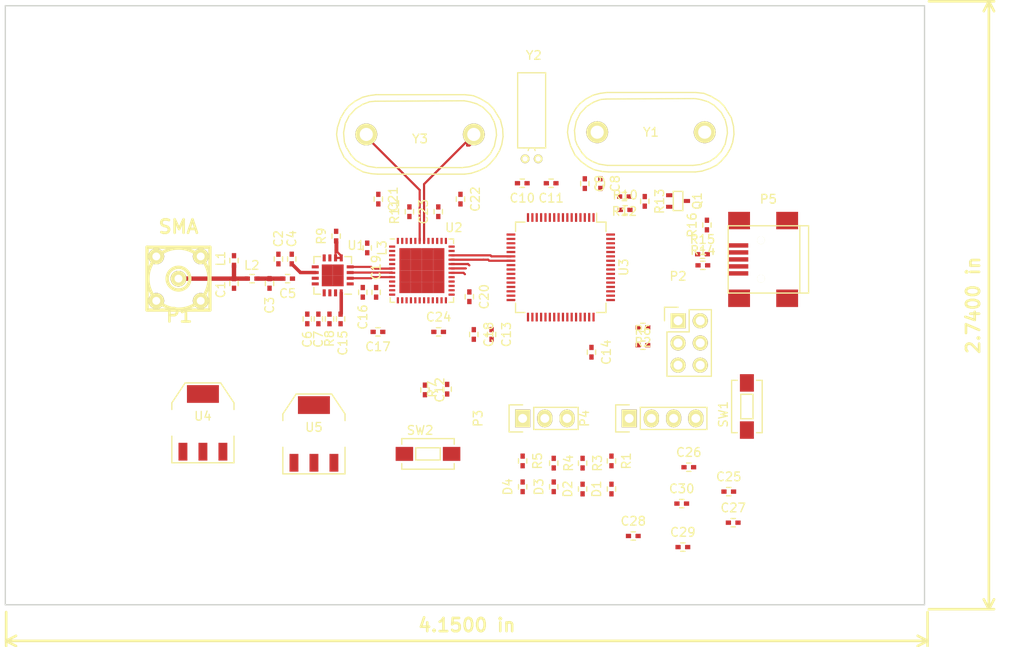
<source format=kicad_pcb>
(kicad_pcb (version 4) (host pcbnew 4.0.4-stable)

  (general
    (links 195)
    (no_connects 180)
    (area 74.575999 77.369999 195.556 153.393474)
    (thickness 1.6)
    (drawings 13)
    (tracks 46)
    (zones 0)
    (modules 69)
    (nets 104)
  )

  (page A4)
  (title_block
    (title Ubertoothp)
    (date 2016-11-11)
    (rev "V 1.0")
  )

  (layers
    (0 F.Cu signal)
    (31 B.Cu signal)
    (32 B.Adhes user)
    (33 F.Adhes user)
    (34 B.Paste user)
    (35 F.Paste user)
    (36 B.SilkS user)
    (37 F.SilkS user)
    (38 B.Mask user)
    (39 F.Mask user)
    (40 Dwgs.User user)
    (41 Cmts.User user)
    (42 Eco1.User user)
    (43 Eco2.User user)
    (44 Edge.Cuts user)
    (45 Margin user)
    (46 B.CrtYd user)
    (47 F.CrtYd user)
    (48 B.Fab user)
    (49 F.Fab user)
  )

  (setup
    (last_trace_width 0.25)
    (user_trace_width 0.15)
    (user_trace_width 0.2)
    (user_trace_width 0.25)
    (user_trace_width 0.3)
    (user_trace_width 0.375)
    (user_trace_width 0.5)
    (trace_clearance 0.2)
    (zone_clearance 0.508)
    (zone_45_only no)
    (trace_min 0.15)
    (segment_width 0.2)
    (edge_width 0.15)
    (via_size 0.6)
    (via_drill 0.4)
    (via_min_size 0.6)
    (via_min_drill 0.3)
    (user_via 0.6 0.3)
    (uvia_size 0.3)
    (uvia_drill 0.1)
    (uvias_allowed no)
    (uvia_min_size 0.2)
    (uvia_min_drill 0.1)
    (pcb_text_width 0.3)
    (pcb_text_size 1.5 1.5)
    (mod_edge_width 0.15)
    (mod_text_size 1 1)
    (mod_text_width 0.15)
    (pad_size 1.524 1.524)
    (pad_drill 0.762)
    (pad_to_mask_clearance 0.2)
    (aux_axis_origin 75.184 146.558)
    (grid_origin 75.184 146.558)
    (visible_elements 7FFFFFFF)
    (pcbplotparams
      (layerselection 0x000f0_80000001)
      (usegerberextensions false)
      (excludeedgelayer true)
      (linewidth 0.100000)
      (plotframeref false)
      (viasonmask false)
      (mode 1)
      (useauxorigin false)
      (hpglpennumber 1)
      (hpglpenspeed 20)
      (hpglpendiameter 15)
      (hpglpenoverlay 2)
      (psnegative false)
      (psa4output false)
      (plotreference true)
      (plotvalue true)
      (plotinvisibletext false)
      (padsonsilk false)
      (subtractmaskfromsilk false)
      (outputformat 4)
      (mirror false)
      (drillshape 0)
      (scaleselection 1)
      (outputdirectory ""))
  )

  (net 0 "")
  (net 1 GND)
  (net 2 "Net-(C1-Pad2)")
  (net 3 +3V3)
  (net 4 "Net-(C3-Pad2)")
  (net 5 "Net-(C5-Pad1)")
  (net 6 "Net-(C8-Pad1)")
  (net 7 "Net-(C9-Pad1)")
  (net 8 "Net-(C10-Pad1)")
  (net 9 "Net-(C11-Pad1)")
  (net 10 /NRST)
  (net 11 "Net-(C13-Pad1)")
  (net 12 "Net-(C14-Pad1)")
  (net 13 "Net-(C16-Pad1)")
  (net 14 +1V8)
  (net 15 "Net-(C21-Pad1)")
  (net 16 "Net-(C22-Pad1)")
  (net 17 "Net-(D1-Pad2)")
  (net 18 "Net-(D2-Pad2)")
  (net 19 "Net-(D3-Pad2)")
  (net 20 "Net-(D4-Pad2)")
  (net 21 "Net-(L3-Pad1)")
  (net 22 "Net-(L3-Pad2)")
  (net 23 "Net-(P2-Pad3)")
  (net 24 "Net-(P2-Pad4)")
  (net 25 /UAER1_TX)
  (net 26 /UAER1_RX)
  (net 27 "Net-(P4-Pad2)")
  (net 28 "Net-(P4-Pad3)")
  (net 29 "Net-(P5-Pad2)")
  (net 30 /VBUS)
  (net 31 "Net-(P5-Pad3)")
  (net 32 "Net-(Q1-Pad1)")
  (net 33 "Net-(Q1-Pad3)")
  (net 34 "Net-(R1-Pad1)")
  (net 35 /BOOT0)
  (net 36 "Net-(R3-Pad1)")
  (net 37 "Net-(R4-Pad1)")
  (net 38 "Net-(R5-Pad1)")
  (net 39 /BOOT1)
  (net 40 "Net-(R8-Pad1)")
  (net 41 /PAEN)
  (net 42 "Net-(R10-Pad1)")
  (net 43 "Net-(R11-Pad1)")
  (net 44 /USBEN)
  (net 45 "Net-(R14-Pad1)")
  (net 46 "Net-(R15-Pad1)")
  (net 47 "Net-(U1-Pad3)")
  (net 48 /HGM)
  (net 49 "Net-(U2-Pad11)")
  (net 50 "Net-(U2-Pad12)")
  (net 51 "Net-(U2-Pad13)")
  (net 52 /GR)
  (net 53 /GIO1)
  (net 54 /GPIO3.3)
  (net 55 /RX)
  (net 56 /TX)
  (net 57 /DIO)
  (net 58 /DCLK)
  (net 59 /CSn)
  (net 60 /SCLK)
  (net 61 /SI)
  (net 62 /SO)
  (net 63 /GIO6)
  (net 64 "Net-(U2-Pad36)")
  (net 65 "Net-(U2-Pad37)")
  (net 66 "Net-(U2-Pad38)")
  (net 67 "Net-(U2-Pad39)")
  (net 68 "Net-(U2-Pad40)")
  (net 69 /ATEST2)
  (net 70 /ATEST1)
  (net 71 "Net-(U3-Pad2)")
  (net 72 "Net-(U3-Pad8)")
  (net 73 "Net-(U3-Pad9)")
  (net 74 "Net-(U3-Pad10)")
  (net 75 "Net-(U3-Pad11)")
  (net 76 "Net-(U3-Pad14)")
  (net 77 "Net-(U3-Pad15)")
  (net 78 "Net-(U3-Pad16)")
  (net 79 "Net-(U3-Pad17)")
  (net 80 "Net-(U3-Pad24)")
  (net 81 "Net-(U3-Pad25)")
  (net 82 "Net-(U3-Pad26)")
  (net 83 "Net-(U3-Pad27)")
  (net 84 "Net-(U3-Pad29)")
  (net 85 "Net-(U3-Pad30)")
  (net 86 "Net-(U3-Pad33)")
  (net 87 "Net-(U3-Pad34)")
  (net 88 "Net-(U3-Pad35)")
  (net 89 "Net-(U3-Pad36)")
  (net 90 "Net-(U3-Pad37)")
  (net 91 "Net-(U3-Pad38)")
  (net 92 "Net-(U3-Pad39)")
  (net 93 "Net-(U3-Pad40)")
  (net 94 "Net-(U3-Pad41)")
  (net 95 "Net-(U3-Pad50)")
  (net 96 "Net-(U3-Pad51)")
  (net 97 "Net-(U3-Pad52)")
  (net 98 "Net-(U3-Pad53)")
  (net 99 "Net-(U3-Pad54)")
  (net 100 "Net-(U3-Pad58)")
  (net 101 "Net-(U3-Pad59)")
  (net 102 "Net-(U3-Pad61)")
  (net 103 "Net-(U3-Pad62)")

  (net_class Default 这是默认网络组.
    (clearance 0.2)
    (trace_width 0.25)
    (via_dia 0.6)
    (via_drill 0.4)
    (uvia_dia 0.3)
    (uvia_drill 0.1)
    (add_net /ATEST1)
    (add_net /ATEST2)
    (add_net /BOOT0)
    (add_net /BOOT1)
    (add_net /CSn)
    (add_net /DCLK)
    (add_net /DIO)
    (add_net /GIO1)
    (add_net /GIO6)
    (add_net /GPIO3.3)
    (add_net /GR)
    (add_net /HGM)
    (add_net /NRST)
    (add_net /PAEN)
    (add_net /RX)
    (add_net /SCLK)
    (add_net /SI)
    (add_net /SO)
    (add_net /TX)
    (add_net /UAER1_RX)
    (add_net /UAER1_TX)
    (add_net /USBEN)
    (add_net /VBUS)
    (add_net GND)
    (add_net "Net-(C1-Pad2)")
    (add_net "Net-(C10-Pad1)")
    (add_net "Net-(C11-Pad1)")
    (add_net "Net-(C13-Pad1)")
    (add_net "Net-(C14-Pad1)")
    (add_net "Net-(C16-Pad1)")
    (add_net "Net-(C21-Pad1)")
    (add_net "Net-(C22-Pad1)")
    (add_net "Net-(C3-Pad2)")
    (add_net "Net-(C5-Pad1)")
    (add_net "Net-(C8-Pad1)")
    (add_net "Net-(C9-Pad1)")
    (add_net "Net-(D1-Pad2)")
    (add_net "Net-(D2-Pad2)")
    (add_net "Net-(D3-Pad2)")
    (add_net "Net-(D4-Pad2)")
    (add_net "Net-(L3-Pad1)")
    (add_net "Net-(L3-Pad2)")
    (add_net "Net-(P2-Pad3)")
    (add_net "Net-(P2-Pad4)")
    (add_net "Net-(P4-Pad2)")
    (add_net "Net-(P4-Pad3)")
    (add_net "Net-(P5-Pad2)")
    (add_net "Net-(P5-Pad3)")
    (add_net "Net-(Q1-Pad1)")
    (add_net "Net-(Q1-Pad3)")
    (add_net "Net-(R1-Pad1)")
    (add_net "Net-(R10-Pad1)")
    (add_net "Net-(R11-Pad1)")
    (add_net "Net-(R14-Pad1)")
    (add_net "Net-(R15-Pad1)")
    (add_net "Net-(R3-Pad1)")
    (add_net "Net-(R4-Pad1)")
    (add_net "Net-(R5-Pad1)")
    (add_net "Net-(R8-Pad1)")
    (add_net "Net-(U1-Pad3)")
    (add_net "Net-(U2-Pad11)")
    (add_net "Net-(U2-Pad12)")
    (add_net "Net-(U2-Pad13)")
    (add_net "Net-(U2-Pad36)")
    (add_net "Net-(U2-Pad37)")
    (add_net "Net-(U2-Pad38)")
    (add_net "Net-(U2-Pad39)")
    (add_net "Net-(U2-Pad40)")
    (add_net "Net-(U3-Pad10)")
    (add_net "Net-(U3-Pad11)")
    (add_net "Net-(U3-Pad14)")
    (add_net "Net-(U3-Pad15)")
    (add_net "Net-(U3-Pad16)")
    (add_net "Net-(U3-Pad17)")
    (add_net "Net-(U3-Pad2)")
    (add_net "Net-(U3-Pad24)")
    (add_net "Net-(U3-Pad25)")
    (add_net "Net-(U3-Pad26)")
    (add_net "Net-(U3-Pad27)")
    (add_net "Net-(U3-Pad29)")
    (add_net "Net-(U3-Pad30)")
    (add_net "Net-(U3-Pad33)")
    (add_net "Net-(U3-Pad34)")
    (add_net "Net-(U3-Pad35)")
    (add_net "Net-(U3-Pad36)")
    (add_net "Net-(U3-Pad37)")
    (add_net "Net-(U3-Pad38)")
    (add_net "Net-(U3-Pad39)")
    (add_net "Net-(U3-Pad40)")
    (add_net "Net-(U3-Pad41)")
    (add_net "Net-(U3-Pad50)")
    (add_net "Net-(U3-Pad51)")
    (add_net "Net-(U3-Pad52)")
    (add_net "Net-(U3-Pad53)")
    (add_net "Net-(U3-Pad54)")
    (add_net "Net-(U3-Pad58)")
    (add_net "Net-(U3-Pad59)")
    (add_net "Net-(U3-Pad61)")
    (add_net "Net-(U3-Pad62)")
    (add_net "Net-(U3-Pad8)")
    (add_net "Net-(U3-Pad9)")
  )

  (net_class Power ""
    (clearance 0.2)
    (trace_width 0.4)
    (via_dia 0.6)
    (via_drill 0.4)
    (uvia_dia 0.3)
    (uvia_drill 0.1)
    (add_net +1V8)
    (add_net +3V3)
  )

  (module Housings_QFP:LQFP-64_10x10mm_Pitch0.5mm (layer F.Cu) (tedit 54130A77) (tstamp 582F1933)
    (at 138.728 107.922 270)
    (descr "64 LEAD LQFP 10x10mm (see MICREL LQFP10x10-64LD-PL-1.pdf)")
    (tags "QFP 0.5")
    (path /58258082)
    (attr smd)
    (fp_text reference U3 (at 0 -7.2 270) (layer F.SilkS)
      (effects (font (size 1 1) (thickness 0.15)))
    )
    (fp_text value STM32F405RGTx (at 0 7.2 270) (layer F.Fab)
      (effects (font (size 1 1) (thickness 0.15)))
    )
    (fp_line (start -6.45 -6.45) (end -6.45 6.45) (layer F.CrtYd) (width 0.05))
    (fp_line (start 6.45 -6.45) (end 6.45 6.45) (layer F.CrtYd) (width 0.05))
    (fp_line (start -6.45 -6.45) (end 6.45 -6.45) (layer F.CrtYd) (width 0.05))
    (fp_line (start -6.45 6.45) (end 6.45 6.45) (layer F.CrtYd) (width 0.05))
    (fp_line (start -5.175 -5.175) (end -5.175 -4.1) (layer F.SilkS) (width 0.15))
    (fp_line (start 5.175 -5.175) (end 5.175 -4.1) (layer F.SilkS) (width 0.15))
    (fp_line (start 5.175 5.175) (end 5.175 4.1) (layer F.SilkS) (width 0.15))
    (fp_line (start -5.175 5.175) (end -5.175 4.1) (layer F.SilkS) (width 0.15))
    (fp_line (start -5.175 -5.175) (end -4.1 -5.175) (layer F.SilkS) (width 0.15))
    (fp_line (start -5.175 5.175) (end -4.1 5.175) (layer F.SilkS) (width 0.15))
    (fp_line (start 5.175 5.175) (end 4.1 5.175) (layer F.SilkS) (width 0.15))
    (fp_line (start 5.175 -5.175) (end 4.1 -5.175) (layer F.SilkS) (width 0.15))
    (fp_line (start -5.175 -4.1) (end -6.2 -4.1) (layer F.SilkS) (width 0.15))
    (pad 1 smd rect (at -5.7 -3.75 270) (size 1 0.25) (layers F.Cu F.Paste F.Mask)
      (net 42 "Net-(R10-Pad1)"))
    (pad 2 smd rect (at -5.7 -3.25 270) (size 1 0.25) (layers F.Cu F.Paste F.Mask)
      (net 71 "Net-(U3-Pad2)"))
    (pad 3 smd rect (at -5.7 -2.75 270) (size 1 0.25) (layers F.Cu F.Paste F.Mask)
      (net 8 "Net-(C10-Pad1)"))
    (pad 4 smd rect (at -5.7 -2.25 270) (size 1 0.25) (layers F.Cu F.Paste F.Mask)
      (net 9 "Net-(C11-Pad1)"))
    (pad 5 smd rect (at -5.7 -1.75 270) (size 1 0.25) (layers F.Cu F.Paste F.Mask)
      (net 6 "Net-(C8-Pad1)"))
    (pad 6 smd rect (at -5.7 -1.25 270) (size 1 0.25) (layers F.Cu F.Paste F.Mask)
      (net 7 "Net-(C9-Pad1)"))
    (pad 7 smd rect (at -5.7 -0.75 270) (size 1 0.25) (layers F.Cu F.Paste F.Mask)
      (net 10 /NRST))
    (pad 8 smd rect (at -5.7 -0.25 270) (size 1 0.25) (layers F.Cu F.Paste F.Mask)
      (net 72 "Net-(U3-Pad8)"))
    (pad 9 smd rect (at -5.7 0.25 270) (size 1 0.25) (layers F.Cu F.Paste F.Mask)
      (net 73 "Net-(U3-Pad9)"))
    (pad 10 smd rect (at -5.7 0.75 270) (size 1 0.25) (layers F.Cu F.Paste F.Mask)
      (net 74 "Net-(U3-Pad10)"))
    (pad 11 smd rect (at -5.7 1.25 270) (size 1 0.25) (layers F.Cu F.Paste F.Mask)
      (net 75 "Net-(U3-Pad11)"))
    (pad 12 smd rect (at -5.7 1.75 270) (size 1 0.25) (layers F.Cu F.Paste F.Mask)
      (net 1 GND))
    (pad 13 smd rect (at -5.7 2.25 270) (size 1 0.25) (layers F.Cu F.Paste F.Mask)
      (net 3 +3V3))
    (pad 14 smd rect (at -5.7 2.75 270) (size 1 0.25) (layers F.Cu F.Paste F.Mask)
      (net 76 "Net-(U3-Pad14)"))
    (pad 15 smd rect (at -5.7 3.25 270) (size 1 0.25) (layers F.Cu F.Paste F.Mask)
      (net 77 "Net-(U3-Pad15)"))
    (pad 16 smd rect (at -5.7 3.75 270) (size 1 0.25) (layers F.Cu F.Paste F.Mask)
      (net 78 "Net-(U3-Pad16)"))
    (pad 17 smd rect (at -3.75 5.7) (size 1 0.25) (layers F.Cu F.Paste F.Mask)
      (net 79 "Net-(U3-Pad17)"))
    (pad 18 smd rect (at -3.25 5.7) (size 1 0.25) (layers F.Cu F.Paste F.Mask)
      (net 1 GND))
    (pad 19 smd rect (at -2.75 5.7) (size 1 0.25) (layers F.Cu F.Paste F.Mask)
      (net 3 +3V3))
    (pad 20 smd rect (at -2.25 5.7) (size 1 0.25) (layers F.Cu F.Paste F.Mask)
      (net 59 /CSn))
    (pad 21 smd rect (at -1.75 5.7) (size 1 0.25) (layers F.Cu F.Paste F.Mask)
      (net 60 /SCLK))
    (pad 22 smd rect (at -1.25 5.7) (size 1 0.25) (layers F.Cu F.Paste F.Mask)
      (net 62 /SO))
    (pad 23 smd rect (at -0.75 5.7) (size 1 0.25) (layers F.Cu F.Paste F.Mask)
      (net 61 /SI))
    (pad 24 smd rect (at -0.25 5.7) (size 1 0.25) (layers F.Cu F.Paste F.Mask)
      (net 80 "Net-(U3-Pad24)"))
    (pad 25 smd rect (at 0.25 5.7) (size 1 0.25) (layers F.Cu F.Paste F.Mask)
      (net 81 "Net-(U3-Pad25)"))
    (pad 26 smd rect (at 0.75 5.7) (size 1 0.25) (layers F.Cu F.Paste F.Mask)
      (net 82 "Net-(U3-Pad26)"))
    (pad 27 smd rect (at 1.25 5.7) (size 1 0.25) (layers F.Cu F.Paste F.Mask)
      (net 83 "Net-(U3-Pad27)"))
    (pad 28 smd rect (at 1.75 5.7) (size 1 0.25) (layers F.Cu F.Paste F.Mask)
      (net 39 /BOOT1))
    (pad 29 smd rect (at 2.25 5.7) (size 1 0.25) (layers F.Cu F.Paste F.Mask)
      (net 84 "Net-(U3-Pad29)"))
    (pad 30 smd rect (at 2.75 5.7) (size 1 0.25) (layers F.Cu F.Paste F.Mask)
      (net 85 "Net-(U3-Pad30)"))
    (pad 31 smd rect (at 3.25 5.7) (size 1 0.25) (layers F.Cu F.Paste F.Mask)
      (net 11 "Net-(C13-Pad1)"))
    (pad 32 smd rect (at 3.75 5.7) (size 1 0.25) (layers F.Cu F.Paste F.Mask)
      (net 3 +3V3))
    (pad 33 smd rect (at 5.7 3.75 270) (size 1 0.25) (layers F.Cu F.Paste F.Mask)
      (net 86 "Net-(U3-Pad33)"))
    (pad 34 smd rect (at 5.7 3.25 270) (size 1 0.25) (layers F.Cu F.Paste F.Mask)
      (net 87 "Net-(U3-Pad34)"))
    (pad 35 smd rect (at 5.7 2.75 270) (size 1 0.25) (layers F.Cu F.Paste F.Mask)
      (net 88 "Net-(U3-Pad35)"))
    (pad 36 smd rect (at 5.7 2.25 270) (size 1 0.25) (layers F.Cu F.Paste F.Mask)
      (net 89 "Net-(U3-Pad36)"))
    (pad 37 smd rect (at 5.7 1.75 270) (size 1 0.25) (layers F.Cu F.Paste F.Mask)
      (net 90 "Net-(U3-Pad37)"))
    (pad 38 smd rect (at 5.7 1.25 270) (size 1 0.25) (layers F.Cu F.Paste F.Mask)
      (net 91 "Net-(U3-Pad38)"))
    (pad 39 smd rect (at 5.7 0.75 270) (size 1 0.25) (layers F.Cu F.Paste F.Mask)
      (net 92 "Net-(U3-Pad39)"))
    (pad 40 smd rect (at 5.7 0.25 270) (size 1 0.25) (layers F.Cu F.Paste F.Mask)
      (net 93 "Net-(U3-Pad40)"))
    (pad 41 smd rect (at 5.7 -0.25 270) (size 1 0.25) (layers F.Cu F.Paste F.Mask)
      (net 94 "Net-(U3-Pad41)"))
    (pad 42 smd rect (at 5.7 -0.75 270) (size 1 0.25) (layers F.Cu F.Paste F.Mask)
      (net 25 /UAER1_TX))
    (pad 43 smd rect (at 5.7 -1.25 270) (size 1 0.25) (layers F.Cu F.Paste F.Mask)
      (net 26 /UAER1_RX))
    (pad 44 smd rect (at 5.7 -1.75 270) (size 1 0.25) (layers F.Cu F.Paste F.Mask)
      (net 45 "Net-(R14-Pad1)"))
    (pad 45 smd rect (at 5.7 -2.25 270) (size 1 0.25) (layers F.Cu F.Paste F.Mask)
      (net 46 "Net-(R15-Pad1)"))
    (pad 46 smd rect (at 5.7 -2.75 270) (size 1 0.25) (layers F.Cu F.Paste F.Mask)
      (net 27 "Net-(P4-Pad2)"))
    (pad 47 smd rect (at 5.7 -3.25 270) (size 1 0.25) (layers F.Cu F.Paste F.Mask)
      (net 12 "Net-(C14-Pad1)"))
    (pad 48 smd rect (at 5.7 -3.75 270) (size 1 0.25) (layers F.Cu F.Paste F.Mask)
      (net 3 +3V3))
    (pad 49 smd rect (at 3.75 -5.7) (size 1 0.25) (layers F.Cu F.Paste F.Mask)
      (net 28 "Net-(P4-Pad3)"))
    (pad 50 smd rect (at 3.25 -5.7) (size 1 0.25) (layers F.Cu F.Paste F.Mask)
      (net 95 "Net-(U3-Pad50)"))
    (pad 51 smd rect (at 2.75 -5.7) (size 1 0.25) (layers F.Cu F.Paste F.Mask)
      (net 96 "Net-(U3-Pad51)"))
    (pad 52 smd rect (at 2.25 -5.7) (size 1 0.25) (layers F.Cu F.Paste F.Mask)
      (net 97 "Net-(U3-Pad52)"))
    (pad 53 smd rect (at 1.75 -5.7) (size 1 0.25) (layers F.Cu F.Paste F.Mask)
      (net 98 "Net-(U3-Pad53)"))
    (pad 54 smd rect (at 1.25 -5.7) (size 1 0.25) (layers F.Cu F.Paste F.Mask)
      (net 99 "Net-(U3-Pad54)"))
    (pad 55 smd rect (at 0.75 -5.7) (size 1 0.25) (layers F.Cu F.Paste F.Mask)
      (net 58 /DCLK))
    (pad 56 smd rect (at 0.25 -5.7) (size 1 0.25) (layers F.Cu F.Paste F.Mask)
      (net 57 /DIO))
    (pad 57 smd rect (at -0.25 -5.7) (size 1 0.25) (layers F.Cu F.Paste F.Mask)
      (net 57 /DIO))
    (pad 58 smd rect (at -0.75 -5.7) (size 1 0.25) (layers F.Cu F.Paste F.Mask)
      (net 100 "Net-(U3-Pad58)"))
    (pad 59 smd rect (at -1.25 -5.7) (size 1 0.25) (layers F.Cu F.Paste F.Mask)
      (net 101 "Net-(U3-Pad59)"))
    (pad 60 smd rect (at -1.75 -5.7) (size 1 0.25) (layers F.Cu F.Paste F.Mask)
      (net 35 /BOOT0))
    (pad 61 smd rect (at -2.25 -5.7) (size 1 0.25) (layers F.Cu F.Paste F.Mask)
      (net 102 "Net-(U3-Pad61)"))
    (pad 62 smd rect (at -2.75 -5.7) (size 1 0.25) (layers F.Cu F.Paste F.Mask)
      (net 103 "Net-(U3-Pad62)"))
    (pad 63 smd rect (at -3.25 -5.7) (size 1 0.25) (layers F.Cu F.Paste F.Mask)
      (net 1 GND))
    (pad 64 smd rect (at -3.75 -5.7) (size 1 0.25) (layers F.Cu F.Paste F.Mask)
      (net 3 +3V3))
    (model Housings_QFP.3dshapes/LQFP-64_10x10mm_Pitch0.5mm.wrl
      (at (xyz 0 0 0))
      (scale (xyz 1 1 1))
      (rotate (xyz 0 0 0))
    )
  )

  (module Crystals:Crystal_HC48-U_Vertical (layer F.Cu) (tedit 0) (tstamp 582FADB3)
    (at 122.62866 92.71)
    (descr "Crystal Quarz HC48/U vertical stehend")
    (tags "Crystal Quarz HC48/U vertical stehend")
    (path /5824A1D3)
    (fp_text reference Y3 (at 0 0.508) (layer F.SilkS)
      (effects (font (size 1 1) (thickness 0.15)))
    )
    (fp_text value 16MHz (at 0 6.35) (layer F.Fab)
      (effects (font (size 1 1) (thickness 0.15)))
    )
    (fp_line (start -5.15112 -3.79984) (end 5.04952 -3.85064) (layer F.SilkS) (width 0.15))
    (fp_line (start 5.04952 -3.85064) (end 5.64896 -3.74904) (layer F.SilkS) (width 0.15))
    (fp_line (start 5.64896 -3.74904) (end 6.49986 -3.50012) (layer F.SilkS) (width 0.15))
    (fp_line (start 6.49986 -3.50012) (end 7.2009 -3.0988) (layer F.SilkS) (width 0.15))
    (fp_line (start 7.2009 -3.0988) (end 8.04926 -2.25044) (layer F.SilkS) (width 0.15))
    (fp_line (start 8.04926 -2.25044) (end 8.49884 -1.39954) (layer F.SilkS) (width 0.15))
    (fp_line (start 8.49884 -1.39954) (end 8.6995 -0.55118) (layer F.SilkS) (width 0.15))
    (fp_line (start 8.6995 -0.55118) (end 8.7503 0.09906) (layer F.SilkS) (width 0.15))
    (fp_line (start 8.7503 0.09906) (end 8.49884 1.34874) (layer F.SilkS) (width 0.15))
    (fp_line (start 8.49884 1.34874) (end 8.04926 2.19964) (layer F.SilkS) (width 0.15))
    (fp_line (start 8.04926 2.19964) (end 7.44982 2.84988) (layer F.SilkS) (width 0.15))
    (fp_line (start 7.44982 2.84988) (end 6.70052 3.35026) (layer F.SilkS) (width 0.15))
    (fp_line (start 6.70052 3.35026) (end 5.64896 3.70078) (layer F.SilkS) (width 0.15))
    (fp_line (start 5.64896 3.70078) (end 4.8006 3.79984) (layer F.SilkS) (width 0.15))
    (fp_line (start 4.8006 3.79984) (end -5.00126 3.79984) (layer F.SilkS) (width 0.15))
    (fp_line (start -5.00126 3.79984) (end -5.95122 3.64998) (layer F.SilkS) (width 0.15))
    (fp_line (start -5.95122 3.64998) (end -6.70052 3.35026) (layer F.SilkS) (width 0.15))
    (fp_line (start -6.70052 3.35026) (end -7.35076 2.94894) (layer F.SilkS) (width 0.15))
    (fp_line (start -7.35076 2.94894) (end -7.8994 2.3495) (layer F.SilkS) (width 0.15))
    (fp_line (start -7.8994 2.3495) (end -8.45058 1.45034) (layer F.SilkS) (width 0.15))
    (fp_line (start -8.45058 1.45034) (end -8.65124 0.89916) (layer F.SilkS) (width 0.15))
    (fp_line (start -8.65124 0.89916) (end -8.7503 -0.20066) (layer F.SilkS) (width 0.15))
    (fp_line (start -8.7503 -0.20066) (end -8.54964 -1.24968) (layer F.SilkS) (width 0.15))
    (fp_line (start -8.54964 -1.24968) (end -8.10006 -2.14884) (layer F.SilkS) (width 0.15))
    (fp_line (start -8.10006 -2.14884) (end -7.35076 -2.94894) (layer F.SilkS) (width 0.15))
    (fp_line (start -7.35076 -2.94894) (end -6.55066 -3.44932) (layer F.SilkS) (width 0.15))
    (fp_line (start -6.55066 -3.44932) (end -5.75056 -3.74904) (layer F.SilkS) (width 0.15))
    (fp_line (start -5.75056 -3.74904) (end -5.10032 -3.79984) (layer F.SilkS) (width 0.15))
    (fp_line (start 5.10032 4.54914) (end -4.84886 4.54914) (layer F.SilkS) (width 0.15))
    (fp_line (start -4.84886 4.54914) (end -5.5499 4.50088) (layer F.SilkS) (width 0.15))
    (fp_line (start -5.5499 4.50088) (end -6.49986 4.30022) (layer F.SilkS) (width 0.15))
    (fp_line (start -6.49986 4.30022) (end -7.24916 3.8989) (layer F.SilkS) (width 0.15))
    (fp_line (start -7.24916 3.8989) (end -8.001 3.35026) (layer F.SilkS) (width 0.15))
    (fp_line (start -8.001 3.35026) (end -8.6995 2.60096) (layer F.SilkS) (width 0.15))
    (fp_line (start -8.6995 2.60096) (end -9.19988 1.5494) (layer F.SilkS) (width 0.15))
    (fp_line (start -9.19988 1.5494) (end -9.4488 0.65024) (layer F.SilkS) (width 0.15))
    (fp_line (start -9.4488 0.65024) (end -9.5504 0) (layer F.SilkS) (width 0.15))
    (fp_line (start -9.5504 0) (end -9.4488 -0.8001) (layer F.SilkS) (width 0.15))
    (fp_line (start -9.4488 -0.8001) (end -9.10082 -1.84912) (layer F.SilkS) (width 0.15))
    (fp_line (start -9.10082 -1.84912) (end -8.60044 -2.70002) (layer F.SilkS) (width 0.15))
    (fp_line (start -8.60044 -2.70002) (end -8.15086 -3.2512) (layer F.SilkS) (width 0.15))
    (fp_line (start -8.15086 -3.2512) (end -7.44982 -3.79984) (layer F.SilkS) (width 0.15))
    (fp_line (start -7.44982 -3.79984) (end -6.59892 -4.24942) (layer F.SilkS) (width 0.15))
    (fp_line (start -6.59892 -4.24942) (end -5.79882 -4.45008) (layer F.SilkS) (width 0.15))
    (fp_line (start -5.79882 -4.45008) (end -5.04952 -4.54914) (layer F.SilkS) (width 0.15))
    (fp_line (start -5.04952 -4.54914) (end 5.10032 -4.54914) (layer F.SilkS) (width 0.15))
    (fp_line (start 5.10032 -4.54914) (end 6.05028 -4.45008) (layer F.SilkS) (width 0.15))
    (fp_line (start 6.05028 -4.45008) (end 6.90118 -4.09956) (layer F.SilkS) (width 0.15))
    (fp_line (start 6.90118 -4.09956) (end 7.80034 -3.55092) (layer F.SilkS) (width 0.15))
    (fp_line (start 7.80034 -3.55092) (end 8.39978 -2.94894) (layer F.SilkS) (width 0.15))
    (fp_line (start 8.39978 -2.94894) (end 9.19988 -1.651) (layer F.SilkS) (width 0.15))
    (fp_line (start 9.19988 -1.651) (end 9.4488 -0.65024) (layer F.SilkS) (width 0.15))
    (fp_line (start 9.4488 -0.65024) (end 9.4996 0.24892) (layer F.SilkS) (width 0.15))
    (fp_line (start 9.4996 0.24892) (end 9.34974 1.15062) (layer F.SilkS) (width 0.15))
    (fp_line (start 9.34974 1.15062) (end 9.10082 1.84912) (layer F.SilkS) (width 0.15))
    (fp_line (start 9.10082 1.84912) (end 8.65124 2.60096) (layer F.SilkS) (width 0.15))
    (fp_line (start 8.65124 2.60096) (end 8.001 3.35026) (layer F.SilkS) (width 0.15))
    (fp_line (start 8.001 3.35026) (end 7.54888 3.74904) (layer F.SilkS) (width 0.15))
    (fp_line (start 7.54888 3.74904) (end 6.74878 4.15036) (layer F.SilkS) (width 0.15))
    (fp_line (start 6.74878 4.15036) (end 5.84962 4.45008) (layer F.SilkS) (width 0.15))
    (fp_line (start 5.84962 4.45008) (end 5.10032 4.54914) (layer F.SilkS) (width 0.15))
    (pad 1 thru_hole circle (at -6.14934 0) (size 2.49936 2.49936) (drill 1.50114) (layers *.Cu *.Mask F.SilkS)
      (net 15 "Net-(C21-Pad1)"))
    (pad 2 thru_hole circle (at 6.14934 0) (size 2.49936 2.49936) (drill 1.50114) (layers *.Cu *.Mask F.SilkS)
      (net 16 "Net-(C22-Pad1)"))
  )

  (module Capacitors_SMD:C_0402 (layer F.Cu) (tedit 5415D599) (tstamp 582F1565)
    (at 101.346 109.77 90)
    (descr "Capacitor SMD 0402, reflow soldering, AVX (see smccp.pdf)")
    (tags "capacitor 0402")
    (path /58232D90)
    (attr smd)
    (fp_text reference C1 (at -0.72 -1.524 90) (layer F.SilkS)
      (effects (font (size 1 1) (thickness 0.15)))
    )
    (fp_text value 2p2 (at 0 1.7 90) (layer F.Fab)
      (effects (font (size 1 1) (thickness 0.15)))
    )
    (fp_line (start -1.15 -0.6) (end 1.15 -0.6) (layer F.CrtYd) (width 0.05))
    (fp_line (start -1.15 0.6) (end 1.15 0.6) (layer F.CrtYd) (width 0.05))
    (fp_line (start -1.15 -0.6) (end -1.15 0.6) (layer F.CrtYd) (width 0.05))
    (fp_line (start 1.15 -0.6) (end 1.15 0.6) (layer F.CrtYd) (width 0.05))
    (fp_line (start 0.25 -0.475) (end -0.25 -0.475) (layer F.SilkS) (width 0.15))
    (fp_line (start -0.25 0.475) (end 0.25 0.475) (layer F.SilkS) (width 0.15))
    (pad 1 smd rect (at -0.55 0 90) (size 0.6 0.5) (layers F.Cu F.Paste F.Mask)
      (net 1 GND))
    (pad 2 smd rect (at 0.55 0 90) (size 0.6 0.5) (layers F.Cu F.Paste F.Mask)
      (net 2 "Net-(C1-Pad2)"))
    (model Capacitors_SMD.3dshapes/C_0402.wrl
      (at (xyz 0 0 0))
      (scale (xyz 1 1 1))
      (rotate (xyz 0 0 0))
    )
  )

  (module Capacitors_SMD:C_0402 (layer F.Cu) (tedit 5415D599) (tstamp 582F1571)
    (at 106.426 106.976 270)
    (descr "Capacitor SMD 0402, reflow soldering, AVX (see smccp.pdf)")
    (tags "capacitor 0402")
    (path /58233CEF)
    (attr smd)
    (fp_text reference C2 (at -2.328 0 270) (layer F.SilkS)
      (effects (font (size 1 1) (thickness 0.15)))
    )
    (fp_text value 18pf (at 0 1.7 270) (layer F.Fab)
      (effects (font (size 1 1) (thickness 0.15)))
    )
    (fp_line (start -1.15 -0.6) (end 1.15 -0.6) (layer F.CrtYd) (width 0.05))
    (fp_line (start -1.15 0.6) (end 1.15 0.6) (layer F.CrtYd) (width 0.05))
    (fp_line (start -1.15 -0.6) (end -1.15 0.6) (layer F.CrtYd) (width 0.05))
    (fp_line (start 1.15 -0.6) (end 1.15 0.6) (layer F.CrtYd) (width 0.05))
    (fp_line (start 0.25 -0.475) (end -0.25 -0.475) (layer F.SilkS) (width 0.15))
    (fp_line (start -0.25 0.475) (end 0.25 0.475) (layer F.SilkS) (width 0.15))
    (pad 1 smd rect (at -0.55 0 270) (size 0.6 0.5) (layers F.Cu F.Paste F.Mask)
      (net 1 GND))
    (pad 2 smd rect (at 0.55 0 270) (size 0.6 0.5) (layers F.Cu F.Paste F.Mask)
      (net 3 +3V3))
    (model Capacitors_SMD.3dshapes/C_0402.wrl
      (at (xyz 0 0 0))
      (scale (xyz 1 1 1))
      (rotate (xyz 0 0 0))
    )
  )

  (module Capacitors_SMD:C_0402 (layer F.Cu) (tedit 5415D599) (tstamp 582F157D)
    (at 105.41 109.77 90)
    (descr "Capacitor SMD 0402, reflow soldering, AVX (see smccp.pdf)")
    (tags "capacitor 0402")
    (path /582326A2)
    (attr smd)
    (fp_text reference C3 (at -2.498 0 90) (layer F.SilkS)
      (effects (font (size 1 1) (thickness 0.15)))
    )
    (fp_text value 1pf (at 0 1.7 90) (layer F.Fab)
      (effects (font (size 1 1) (thickness 0.15)))
    )
    (fp_line (start -1.15 -0.6) (end 1.15 -0.6) (layer F.CrtYd) (width 0.05))
    (fp_line (start -1.15 0.6) (end 1.15 0.6) (layer F.CrtYd) (width 0.05))
    (fp_line (start -1.15 -0.6) (end -1.15 0.6) (layer F.CrtYd) (width 0.05))
    (fp_line (start 1.15 -0.6) (end 1.15 0.6) (layer F.CrtYd) (width 0.05))
    (fp_line (start 0.25 -0.475) (end -0.25 -0.475) (layer F.SilkS) (width 0.15))
    (fp_line (start -0.25 0.475) (end 0.25 0.475) (layer F.SilkS) (width 0.15))
    (pad 1 smd rect (at -0.55 0 90) (size 0.6 0.5) (layers F.Cu F.Paste F.Mask)
      (net 1 GND))
    (pad 2 smd rect (at 0.55 0 90) (size 0.6 0.5) (layers F.Cu F.Paste F.Mask)
      (net 4 "Net-(C3-Pad2)"))
    (model Capacitors_SMD.3dshapes/C_0402.wrl
      (at (xyz 0 0 0))
      (scale (xyz 1 1 1))
      (rotate (xyz 0 0 0))
    )
  )

  (module Capacitors_SMD:C_0402 (layer F.Cu) (tedit 5415D599) (tstamp 582F1589)
    (at 107.95 106.976 270)
    (descr "Capacitor SMD 0402, reflow soldering, AVX (see smccp.pdf)")
    (tags "capacitor 0402")
    (path /58233C68)
    (attr smd)
    (fp_text reference C4 (at -2.328 0 270) (layer F.SilkS)
      (effects (font (size 1 1) (thickness 0.15)))
    )
    (fp_text value 1nf (at 0 1.7 270) (layer F.Fab)
      (effects (font (size 1 1) (thickness 0.15)))
    )
    (fp_line (start -1.15 -0.6) (end 1.15 -0.6) (layer F.CrtYd) (width 0.05))
    (fp_line (start -1.15 0.6) (end 1.15 0.6) (layer F.CrtYd) (width 0.05))
    (fp_line (start -1.15 -0.6) (end -1.15 0.6) (layer F.CrtYd) (width 0.05))
    (fp_line (start 1.15 -0.6) (end 1.15 0.6) (layer F.CrtYd) (width 0.05))
    (fp_line (start 0.25 -0.475) (end -0.25 -0.475) (layer F.SilkS) (width 0.15))
    (fp_line (start -0.25 0.475) (end 0.25 0.475) (layer F.SilkS) (width 0.15))
    (pad 1 smd rect (at -0.55 0 270) (size 0.6 0.5) (layers F.Cu F.Paste F.Mask)
      (net 1 GND))
    (pad 2 smd rect (at 0.55 0 270) (size 0.6 0.5) (layers F.Cu F.Paste F.Mask)
      (net 3 +3V3))
    (model Capacitors_SMD.3dshapes/C_0402.wrl
      (at (xyz 0 0 0))
      (scale (xyz 1 1 1))
      (rotate (xyz 0 0 0))
    )
  )

  (module Capacitors_SMD:C_0402 (layer F.Cu) (tedit 5415D599) (tstamp 582F1595)
    (at 107.484 109.22 180)
    (descr "Capacitor SMD 0402, reflow soldering, AVX (see smccp.pdf)")
    (tags "capacitor 0402")
    (path /58232529)
    (attr smd)
    (fp_text reference C5 (at 0 -1.7 180) (layer F.SilkS)
      (effects (font (size 1 1) (thickness 0.15)))
    )
    (fp_text value 6p8 (at 0 1.7 180) (layer F.Fab)
      (effects (font (size 1 1) (thickness 0.15)))
    )
    (fp_line (start -1.15 -0.6) (end 1.15 -0.6) (layer F.CrtYd) (width 0.05))
    (fp_line (start -1.15 0.6) (end 1.15 0.6) (layer F.CrtYd) (width 0.05))
    (fp_line (start -1.15 -0.6) (end -1.15 0.6) (layer F.CrtYd) (width 0.05))
    (fp_line (start 1.15 -0.6) (end 1.15 0.6) (layer F.CrtYd) (width 0.05))
    (fp_line (start 0.25 -0.475) (end -0.25 -0.475) (layer F.SilkS) (width 0.15))
    (fp_line (start -0.25 0.475) (end 0.25 0.475) (layer F.SilkS) (width 0.15))
    (pad 1 smd rect (at -0.55 0 180) (size 0.6 0.5) (layers F.Cu F.Paste F.Mask)
      (net 5 "Net-(C5-Pad1)"))
    (pad 2 smd rect (at 0.55 0 180) (size 0.6 0.5) (layers F.Cu F.Paste F.Mask)
      (net 4 "Net-(C3-Pad2)"))
    (model Capacitors_SMD.3dshapes/C_0402.wrl
      (at (xyz 0 0 0))
      (scale (xyz 1 1 1))
      (rotate (xyz 0 0 0))
    )
  )

  (module Capacitors_SMD:C_0402 (layer F.Cu) (tedit 5415D599) (tstamp 582F15A1)
    (at 109.728 113.834 270)
    (descr "Capacitor SMD 0402, reflow soldering, AVX (see smccp.pdf)")
    (tags "capacitor 0402")
    (path /58231036)
    (attr smd)
    (fp_text reference C6 (at 2.328 0 270) (layer F.SilkS)
      (effects (font (size 1 1) (thickness 0.15)))
    )
    (fp_text value 1nf (at 0 1.7 270) (layer F.Fab)
      (effects (font (size 1 1) (thickness 0.15)))
    )
    (fp_line (start -1.15 -0.6) (end 1.15 -0.6) (layer F.CrtYd) (width 0.05))
    (fp_line (start -1.15 0.6) (end 1.15 0.6) (layer F.CrtYd) (width 0.05))
    (fp_line (start -1.15 -0.6) (end -1.15 0.6) (layer F.CrtYd) (width 0.05))
    (fp_line (start 1.15 -0.6) (end 1.15 0.6) (layer F.CrtYd) (width 0.05))
    (fp_line (start 0.25 -0.475) (end -0.25 -0.475) (layer F.SilkS) (width 0.15))
    (fp_line (start -0.25 0.475) (end 0.25 0.475) (layer F.SilkS) (width 0.15))
    (pad 1 smd rect (at -0.55 0 270) (size 0.6 0.5) (layers F.Cu F.Paste F.Mask)
      (net 3 +3V3))
    (pad 2 smd rect (at 0.55 0 270) (size 0.6 0.5) (layers F.Cu F.Paste F.Mask)
      (net 1 GND))
    (model Capacitors_SMD.3dshapes/C_0402.wrl
      (at (xyz 0 0 0))
      (scale (xyz 1 1 1))
      (rotate (xyz 0 0 0))
    )
  )

  (module Capacitors_SMD:C_0402 (layer F.Cu) (tedit 5415D599) (tstamp 582F15AD)
    (at 110.998 113.834 270)
    (descr "Capacitor SMD 0402, reflow soldering, AVX (see smccp.pdf)")
    (tags "capacitor 0402")
    (path /58231067)
    (attr smd)
    (fp_text reference C7 (at 2.328 0 270) (layer F.SilkS)
      (effects (font (size 1 1) (thickness 0.15)))
    )
    (fp_text value 10pf (at 0 1.7 270) (layer F.Fab)
      (effects (font (size 1 1) (thickness 0.15)))
    )
    (fp_line (start -1.15 -0.6) (end 1.15 -0.6) (layer F.CrtYd) (width 0.05))
    (fp_line (start -1.15 0.6) (end 1.15 0.6) (layer F.CrtYd) (width 0.05))
    (fp_line (start -1.15 -0.6) (end -1.15 0.6) (layer F.CrtYd) (width 0.05))
    (fp_line (start 1.15 -0.6) (end 1.15 0.6) (layer F.CrtYd) (width 0.05))
    (fp_line (start 0.25 -0.475) (end -0.25 -0.475) (layer F.SilkS) (width 0.15))
    (fp_line (start -0.25 0.475) (end 0.25 0.475) (layer F.SilkS) (width 0.15))
    (pad 1 smd rect (at -0.55 0 270) (size 0.6 0.5) (layers F.Cu F.Paste F.Mask)
      (net 3 +3V3))
    (pad 2 smd rect (at 0.55 0 270) (size 0.6 0.5) (layers F.Cu F.Paste F.Mask)
      (net 1 GND))
    (model Capacitors_SMD.3dshapes/C_0402.wrl
      (at (xyz 0 0 0))
      (scale (xyz 1 1 1))
      (rotate (xyz 0 0 0))
    )
  )

  (module Capacitors_SMD:C_0402 (layer F.Cu) (tedit 5415D599) (tstamp 582F15B9)
    (at 143.256 98.34 270)
    (descr "Capacitor SMD 0402, reflow soldering, AVX (see smccp.pdf)")
    (tags "capacitor 0402")
    (path /5827F780)
    (attr smd)
    (fp_text reference C8 (at 0 -1.7 270) (layer F.SilkS)
      (effects (font (size 1 1) (thickness 0.15)))
    )
    (fp_text value 22pf (at 0 1.7 270) (layer F.Fab)
      (effects (font (size 1 1) (thickness 0.15)))
    )
    (fp_line (start -1.15 -0.6) (end 1.15 -0.6) (layer F.CrtYd) (width 0.05))
    (fp_line (start -1.15 0.6) (end 1.15 0.6) (layer F.CrtYd) (width 0.05))
    (fp_line (start -1.15 -0.6) (end -1.15 0.6) (layer F.CrtYd) (width 0.05))
    (fp_line (start 1.15 -0.6) (end 1.15 0.6) (layer F.CrtYd) (width 0.05))
    (fp_line (start 0.25 -0.475) (end -0.25 -0.475) (layer F.SilkS) (width 0.15))
    (fp_line (start -0.25 0.475) (end 0.25 0.475) (layer F.SilkS) (width 0.15))
    (pad 1 smd rect (at -0.55 0 270) (size 0.6 0.5) (layers F.Cu F.Paste F.Mask)
      (net 6 "Net-(C8-Pad1)"))
    (pad 2 smd rect (at 0.55 0 270) (size 0.6 0.5) (layers F.Cu F.Paste F.Mask)
      (net 1 GND))
    (model Capacitors_SMD.3dshapes/C_0402.wrl
      (at (xyz 0 0 0))
      (scale (xyz 1 1 1))
      (rotate (xyz 0 0 0))
    )
  )

  (module Capacitors_SMD:C_0402 (layer F.Cu) (tedit 5415D599) (tstamp 582F15C5)
    (at 141.478 98.34 270)
    (descr "Capacitor SMD 0402, reflow soldering, AVX (see smccp.pdf)")
    (tags "capacitor 0402")
    (path /5827F77A)
    (attr smd)
    (fp_text reference C9 (at 0 -1.7 270) (layer F.SilkS)
      (effects (font (size 1 1) (thickness 0.15)))
    )
    (fp_text value 22pf (at 0 1.7 270) (layer F.Fab)
      (effects (font (size 1 1) (thickness 0.15)))
    )
    (fp_line (start -1.15 -0.6) (end 1.15 -0.6) (layer F.CrtYd) (width 0.05))
    (fp_line (start -1.15 0.6) (end 1.15 0.6) (layer F.CrtYd) (width 0.05))
    (fp_line (start -1.15 -0.6) (end -1.15 0.6) (layer F.CrtYd) (width 0.05))
    (fp_line (start 1.15 -0.6) (end 1.15 0.6) (layer F.CrtYd) (width 0.05))
    (fp_line (start 0.25 -0.475) (end -0.25 -0.475) (layer F.SilkS) (width 0.15))
    (fp_line (start -0.25 0.475) (end 0.25 0.475) (layer F.SilkS) (width 0.15))
    (pad 1 smd rect (at -0.55 0 270) (size 0.6 0.5) (layers F.Cu F.Paste F.Mask)
      (net 7 "Net-(C9-Pad1)"))
    (pad 2 smd rect (at 0.55 0 270) (size 0.6 0.5) (layers F.Cu F.Paste F.Mask)
      (net 1 GND))
    (model Capacitors_SMD.3dshapes/C_0402.wrl
      (at (xyz 0 0 0))
      (scale (xyz 1 1 1))
      (rotate (xyz 0 0 0))
    )
  )

  (module Capacitors_SMD:C_0402 (layer F.Cu) (tedit 5415D599) (tstamp 582F15D1)
    (at 134.324 98.298 180)
    (descr "Capacitor SMD 0402, reflow soldering, AVX (see smccp.pdf)")
    (tags "capacitor 0402")
    (path /58283DF1)
    (attr smd)
    (fp_text reference C10 (at 0 -1.7 180) (layer F.SilkS)
      (effects (font (size 1 1) (thickness 0.15)))
    )
    (fp_text value 6pf (at 0 1.7 180) (layer F.Fab)
      (effects (font (size 1 1) (thickness 0.15)))
    )
    (fp_line (start -1.15 -0.6) (end 1.15 -0.6) (layer F.CrtYd) (width 0.05))
    (fp_line (start -1.15 0.6) (end 1.15 0.6) (layer F.CrtYd) (width 0.05))
    (fp_line (start -1.15 -0.6) (end -1.15 0.6) (layer F.CrtYd) (width 0.05))
    (fp_line (start 1.15 -0.6) (end 1.15 0.6) (layer F.CrtYd) (width 0.05))
    (fp_line (start 0.25 -0.475) (end -0.25 -0.475) (layer F.SilkS) (width 0.15))
    (fp_line (start -0.25 0.475) (end 0.25 0.475) (layer F.SilkS) (width 0.15))
    (pad 1 smd rect (at -0.55 0 180) (size 0.6 0.5) (layers F.Cu F.Paste F.Mask)
      (net 8 "Net-(C10-Pad1)"))
    (pad 2 smd rect (at 0.55 0 180) (size 0.6 0.5) (layers F.Cu F.Paste F.Mask)
      (net 1 GND))
    (model Capacitors_SMD.3dshapes/C_0402.wrl
      (at (xyz 0 0 0))
      (scale (xyz 1 1 1))
      (rotate (xyz 0 0 0))
    )
  )

  (module Capacitors_SMD:C_0402 (layer F.Cu) (tedit 5415D599) (tstamp 582F15DD)
    (at 137.626 98.298 180)
    (descr "Capacitor SMD 0402, reflow soldering, AVX (see smccp.pdf)")
    (tags "capacitor 0402")
    (path /58283DEB)
    (attr smd)
    (fp_text reference C11 (at 0 -1.7 180) (layer F.SilkS)
      (effects (font (size 1 1) (thickness 0.15)))
    )
    (fp_text value 6pf (at 0 1.7 180) (layer F.Fab)
      (effects (font (size 1 1) (thickness 0.15)))
    )
    (fp_line (start -1.15 -0.6) (end 1.15 -0.6) (layer F.CrtYd) (width 0.05))
    (fp_line (start -1.15 0.6) (end 1.15 0.6) (layer F.CrtYd) (width 0.05))
    (fp_line (start -1.15 -0.6) (end -1.15 0.6) (layer F.CrtYd) (width 0.05))
    (fp_line (start 1.15 -0.6) (end 1.15 0.6) (layer F.CrtYd) (width 0.05))
    (fp_line (start 0.25 -0.475) (end -0.25 -0.475) (layer F.SilkS) (width 0.15))
    (fp_line (start -0.25 0.475) (end 0.25 0.475) (layer F.SilkS) (width 0.15))
    (pad 1 smd rect (at -0.55 0 180) (size 0.6 0.5) (layers F.Cu F.Paste F.Mask)
      (net 9 "Net-(C11-Pad1)"))
    (pad 2 smd rect (at 0.55 0 180) (size 0.6 0.5) (layers F.Cu F.Paste F.Mask)
      (net 1 GND))
    (model Capacitors_SMD.3dshapes/C_0402.wrl
      (at (xyz 0 0 0))
      (scale (xyz 1 1 1))
      (rotate (xyz 0 0 0))
    )
  )

  (module Capacitors_SMD:C_0402 (layer F.Cu) (tedit 5415D599) (tstamp 582F15E9)
    (at 123.19 121.962 270)
    (descr "Capacitor SMD 0402, reflow soldering, AVX (see smccp.pdf)")
    (tags "capacitor 0402")
    (path /58269D8E)
    (attr smd)
    (fp_text reference C12 (at 0 -1.7 270) (layer F.SilkS)
      (effects (font (size 1 1) (thickness 0.15)))
    )
    (fp_text value 100nf (at 0 1.7 270) (layer F.Fab)
      (effects (font (size 1 1) (thickness 0.15)))
    )
    (fp_line (start -1.15 -0.6) (end 1.15 -0.6) (layer F.CrtYd) (width 0.05))
    (fp_line (start -1.15 0.6) (end 1.15 0.6) (layer F.CrtYd) (width 0.05))
    (fp_line (start -1.15 -0.6) (end -1.15 0.6) (layer F.CrtYd) (width 0.05))
    (fp_line (start 1.15 -0.6) (end 1.15 0.6) (layer F.CrtYd) (width 0.05))
    (fp_line (start 0.25 -0.475) (end -0.25 -0.475) (layer F.SilkS) (width 0.15))
    (fp_line (start -0.25 0.475) (end 0.25 0.475) (layer F.SilkS) (width 0.15))
    (pad 1 smd rect (at -0.55 0 270) (size 0.6 0.5) (layers F.Cu F.Paste F.Mask)
      (net 10 /NRST))
    (pad 2 smd rect (at 0.55 0 270) (size 0.6 0.5) (layers F.Cu F.Paste F.Mask)
      (net 1 GND))
    (model Capacitors_SMD.3dshapes/C_0402.wrl
      (at (xyz 0 0 0))
      (scale (xyz 1 1 1))
      (rotate (xyz 0 0 0))
    )
  )

  (module Capacitors_SMD:C_0402 (layer F.Cu) (tedit 5415D599) (tstamp 582F15F5)
    (at 130.81 115.612 270)
    (descr "Capacitor SMD 0402, reflow soldering, AVX (see smccp.pdf)")
    (tags "capacitor 0402")
    (path /582731EB)
    (attr smd)
    (fp_text reference C13 (at 0 -1.7 270) (layer F.SilkS)
      (effects (font (size 1 1) (thickness 0.15)))
    )
    (fp_text value 2.2uf (at 0 1.7 270) (layer F.Fab)
      (effects (font (size 1 1) (thickness 0.15)))
    )
    (fp_line (start -1.15 -0.6) (end 1.15 -0.6) (layer F.CrtYd) (width 0.05))
    (fp_line (start -1.15 0.6) (end 1.15 0.6) (layer F.CrtYd) (width 0.05))
    (fp_line (start -1.15 -0.6) (end -1.15 0.6) (layer F.CrtYd) (width 0.05))
    (fp_line (start 1.15 -0.6) (end 1.15 0.6) (layer F.CrtYd) (width 0.05))
    (fp_line (start 0.25 -0.475) (end -0.25 -0.475) (layer F.SilkS) (width 0.15))
    (fp_line (start -0.25 0.475) (end 0.25 0.475) (layer F.SilkS) (width 0.15))
    (pad 1 smd rect (at -0.55 0 270) (size 0.6 0.5) (layers F.Cu F.Paste F.Mask)
      (net 11 "Net-(C13-Pad1)"))
    (pad 2 smd rect (at 0.55 0 270) (size 0.6 0.5) (layers F.Cu F.Paste F.Mask)
      (net 1 GND))
    (model Capacitors_SMD.3dshapes/C_0402.wrl
      (at (xyz 0 0 0))
      (scale (xyz 1 1 1))
      (rotate (xyz 0 0 0))
    )
  )

  (module Capacitors_SMD:C_0402 (layer F.Cu) (tedit 5415D599) (tstamp 582F1601)
    (at 142.24 117.644 270)
    (descr "Capacitor SMD 0402, reflow soldering, AVX (see smccp.pdf)")
    (tags "capacitor 0402")
    (path /58273028)
    (attr smd)
    (fp_text reference C14 (at 0 -1.7 270) (layer F.SilkS)
      (effects (font (size 1 1) (thickness 0.15)))
    )
    (fp_text value 2.2uf (at 0 1.7 270) (layer F.Fab)
      (effects (font (size 1 1) (thickness 0.15)))
    )
    (fp_line (start -1.15 -0.6) (end 1.15 -0.6) (layer F.CrtYd) (width 0.05))
    (fp_line (start -1.15 0.6) (end 1.15 0.6) (layer F.CrtYd) (width 0.05))
    (fp_line (start -1.15 -0.6) (end -1.15 0.6) (layer F.CrtYd) (width 0.05))
    (fp_line (start 1.15 -0.6) (end 1.15 0.6) (layer F.CrtYd) (width 0.05))
    (fp_line (start 0.25 -0.475) (end -0.25 -0.475) (layer F.SilkS) (width 0.15))
    (fp_line (start -0.25 0.475) (end 0.25 0.475) (layer F.SilkS) (width 0.15))
    (pad 1 smd rect (at -0.55 0 270) (size 0.6 0.5) (layers F.Cu F.Paste F.Mask)
      (net 12 "Net-(C14-Pad1)"))
    (pad 2 smd rect (at 0.55 0 270) (size 0.6 0.5) (layers F.Cu F.Paste F.Mask)
      (net 1 GND))
    (model Capacitors_SMD.3dshapes/C_0402.wrl
      (at (xyz 0 0 0))
      (scale (xyz 1 1 1))
      (rotate (xyz 0 0 0))
    )
  )

  (module Capacitors_SMD:C_0402 (layer F.Cu) (tedit 5415D599) (tstamp 582F160D)
    (at 113.538 113.834 270)
    (descr "Capacitor SMD 0402, reflow soldering, AVX (see smccp.pdf)")
    (tags "capacitor 0402")
    (path /58230E8A)
    (attr smd)
    (fp_text reference C15 (at 2.752 -0.254 270) (layer F.SilkS)
      (effects (font (size 1 1) (thickness 0.15)))
    )
    (fp_text value 1nf (at 0 1.7 270) (layer F.Fab)
      (effects (font (size 1 1) (thickness 0.15)))
    )
    (fp_line (start -1.15 -0.6) (end 1.15 -0.6) (layer F.CrtYd) (width 0.05))
    (fp_line (start -1.15 0.6) (end 1.15 0.6) (layer F.CrtYd) (width 0.05))
    (fp_line (start -1.15 -0.6) (end -1.15 0.6) (layer F.CrtYd) (width 0.05))
    (fp_line (start 1.15 -0.6) (end 1.15 0.6) (layer F.CrtYd) (width 0.05))
    (fp_line (start 0.25 -0.475) (end -0.25 -0.475) (layer F.SilkS) (width 0.15))
    (fp_line (start -0.25 0.475) (end 0.25 0.475) (layer F.SilkS) (width 0.15))
    (pad 1 smd rect (at -0.55 0 270) (size 0.6 0.5) (layers F.Cu F.Paste F.Mask)
      (net 3 +3V3))
    (pad 2 smd rect (at 0.55 0 270) (size 0.6 0.5) (layers F.Cu F.Paste F.Mask)
      (net 1 GND))
    (model Capacitors_SMD.3dshapes/C_0402.wrl
      (at (xyz 0 0 0))
      (scale (xyz 1 1 1))
      (rotate (xyz 0 0 0))
    )
  )

  (module Capacitors_SMD:C_0402 (layer F.Cu) (tedit 5415D599) (tstamp 582F1619)
    (at 116.078 110.786 270)
    (descr "Capacitor SMD 0402, reflow soldering, AVX (see smccp.pdf)")
    (tags "capacitor 0402")
    (path /58230C80)
    (attr smd)
    (fp_text reference C16 (at 2.836 0 270) (layer F.SilkS)
      (effects (font (size 1 1) (thickness 0.15)))
    )
    (fp_text value 1nf (at 0 1.7 270) (layer F.Fab)
      (effects (font (size 1 1) (thickness 0.15)))
    )
    (fp_line (start -1.15 -0.6) (end 1.15 -0.6) (layer F.CrtYd) (width 0.05))
    (fp_line (start -1.15 0.6) (end 1.15 0.6) (layer F.CrtYd) (width 0.05))
    (fp_line (start -1.15 -0.6) (end -1.15 0.6) (layer F.CrtYd) (width 0.05))
    (fp_line (start 1.15 -0.6) (end 1.15 0.6) (layer F.CrtYd) (width 0.05))
    (fp_line (start 0.25 -0.475) (end -0.25 -0.475) (layer F.SilkS) (width 0.15))
    (fp_line (start -0.25 0.475) (end 0.25 0.475) (layer F.SilkS) (width 0.15))
    (pad 1 smd rect (at -0.55 0 270) (size 0.6 0.5) (layers F.Cu F.Paste F.Mask)
      (net 13 "Net-(C16-Pad1)"))
    (pad 2 smd rect (at 0.55 0 270) (size 0.6 0.5) (layers F.Cu F.Paste F.Mask)
      (net 1 GND))
    (model Capacitors_SMD.3dshapes/C_0402.wrl
      (at (xyz 0 0 0))
      (scale (xyz 1 1 1))
      (rotate (xyz 0 0 0))
    )
  )

  (module Capacitors_SMD:C_0402 (layer F.Cu) (tedit 5415D599) (tstamp 582F1625)
    (at 117.814 115.316 180)
    (descr "Capacitor SMD 0402, reflow soldering, AVX (see smccp.pdf)")
    (tags "capacitor 0402")
    (path /582364C2)
    (attr smd)
    (fp_text reference C17 (at 0 -1.7 180) (layer F.SilkS)
      (effects (font (size 1 1) (thickness 0.15)))
    )
    (fp_text value 100nf (at 0 1.7 180) (layer F.Fab)
      (effects (font (size 1 1) (thickness 0.15)))
    )
    (fp_line (start -1.15 -0.6) (end 1.15 -0.6) (layer F.CrtYd) (width 0.05))
    (fp_line (start -1.15 0.6) (end 1.15 0.6) (layer F.CrtYd) (width 0.05))
    (fp_line (start -1.15 -0.6) (end -1.15 0.6) (layer F.CrtYd) (width 0.05))
    (fp_line (start 1.15 -0.6) (end 1.15 0.6) (layer F.CrtYd) (width 0.05))
    (fp_line (start 0.25 -0.475) (end -0.25 -0.475) (layer F.SilkS) (width 0.15))
    (fp_line (start -0.25 0.475) (end 0.25 0.475) (layer F.SilkS) (width 0.15))
    (pad 1 smd rect (at -0.55 0 180) (size 0.6 0.5) (layers F.Cu F.Paste F.Mask)
      (net 14 +1V8))
    (pad 2 smd rect (at 0.55 0 180) (size 0.6 0.5) (layers F.Cu F.Paste F.Mask)
      (net 1 GND))
    (model Capacitors_SMD.3dshapes/C_0402.wrl
      (at (xyz 0 0 0))
      (scale (xyz 1 1 1))
      (rotate (xyz 0 0 0))
    )
  )

  (module Capacitors_SMD:C_0402 (layer F.Cu) (tedit 5415D599) (tstamp 582F1631)
    (at 128.778 115.612 270)
    (descr "Capacitor SMD 0402, reflow soldering, AVX (see smccp.pdf)")
    (tags "capacitor 0402")
    (path /58236204)
    (attr smd)
    (fp_text reference C18 (at 0 -1.7 270) (layer F.SilkS)
      (effects (font (size 1 1) (thickness 0.15)))
    )
    (fp_text value 68pf (at 0 1.7 270) (layer F.Fab)
      (effects (font (size 1 1) (thickness 0.15)))
    )
    (fp_line (start -1.15 -0.6) (end 1.15 -0.6) (layer F.CrtYd) (width 0.05))
    (fp_line (start -1.15 0.6) (end 1.15 0.6) (layer F.CrtYd) (width 0.05))
    (fp_line (start -1.15 -0.6) (end -1.15 0.6) (layer F.CrtYd) (width 0.05))
    (fp_line (start 1.15 -0.6) (end 1.15 0.6) (layer F.CrtYd) (width 0.05))
    (fp_line (start 0.25 -0.475) (end -0.25 -0.475) (layer F.SilkS) (width 0.15))
    (fp_line (start -0.25 0.475) (end 0.25 0.475) (layer F.SilkS) (width 0.15))
    (pad 1 smd rect (at -0.55 0 270) (size 0.6 0.5) (layers F.Cu F.Paste F.Mask)
      (net 14 +1V8))
    (pad 2 smd rect (at 0.55 0 270) (size 0.6 0.5) (layers F.Cu F.Paste F.Mask)
      (net 1 GND))
    (model Capacitors_SMD.3dshapes/C_0402.wrl
      (at (xyz 0 0 0))
      (scale (xyz 1 1 1))
      (rotate (xyz 0 0 0))
    )
  )

  (module Capacitors_SMD:C_0402 (layer F.Cu) (tedit 5415D599) (tstamp 582F163D)
    (at 117.602 110.786 270)
    (descr "Capacitor SMD 0402, reflow soldering, AVX (see smccp.pdf)")
    (tags "capacitor 0402")
    (path /58252D32)
    (attr smd)
    (fp_text reference C19 (at -2.836 0 270) (layer F.SilkS)
      (effects (font (size 1 1) (thickness 0.15)))
    )
    (fp_text value 10nf (at 0 1.7 270) (layer F.Fab)
      (effects (font (size 1 1) (thickness 0.15)))
    )
    (fp_line (start -1.15 -0.6) (end 1.15 -0.6) (layer F.CrtYd) (width 0.05))
    (fp_line (start -1.15 0.6) (end 1.15 0.6) (layer F.CrtYd) (width 0.05))
    (fp_line (start -1.15 -0.6) (end -1.15 0.6) (layer F.CrtYd) (width 0.05))
    (fp_line (start 1.15 -0.6) (end 1.15 0.6) (layer F.CrtYd) (width 0.05))
    (fp_line (start 0.25 -0.475) (end -0.25 -0.475) (layer F.SilkS) (width 0.15))
    (fp_line (start -0.25 0.475) (end 0.25 0.475) (layer F.SilkS) (width 0.15))
    (pad 1 smd rect (at -0.55 0 270) (size 0.6 0.5) (layers F.Cu F.Paste F.Mask)
      (net 14 +1V8))
    (pad 2 smd rect (at 0.55 0 270) (size 0.6 0.5) (layers F.Cu F.Paste F.Mask)
      (net 1 GND))
    (model Capacitors_SMD.3dshapes/C_0402.wrl
      (at (xyz 0 0 0))
      (scale (xyz 1 1 1))
      (rotate (xyz 0 0 0))
    )
  )

  (module Capacitors_SMD:C_0402 (layer F.Cu) (tedit 5415D599) (tstamp 582F1649)
    (at 128.27 111.294 270)
    (descr "Capacitor SMD 0402, reflow soldering, AVX (see smccp.pdf)")
    (tags "capacitor 0402")
    (path /582555AF)
    (attr smd)
    (fp_text reference C20 (at 0 -1.7 270) (layer F.SilkS)
      (effects (font (size 1 1) (thickness 0.15)))
    )
    (fp_text value 68pf (at 0 1.7 270) (layer F.Fab)
      (effects (font (size 1 1) (thickness 0.15)))
    )
    (fp_line (start -1.15 -0.6) (end 1.15 -0.6) (layer F.CrtYd) (width 0.05))
    (fp_line (start -1.15 0.6) (end 1.15 0.6) (layer F.CrtYd) (width 0.05))
    (fp_line (start -1.15 -0.6) (end -1.15 0.6) (layer F.CrtYd) (width 0.05))
    (fp_line (start 1.15 -0.6) (end 1.15 0.6) (layer F.CrtYd) (width 0.05))
    (fp_line (start 0.25 -0.475) (end -0.25 -0.475) (layer F.SilkS) (width 0.15))
    (fp_line (start -0.25 0.475) (end 0.25 0.475) (layer F.SilkS) (width 0.15))
    (pad 1 smd rect (at -0.55 0 270) (size 0.6 0.5) (layers F.Cu F.Paste F.Mask)
      (net 14 +1V8))
    (pad 2 smd rect (at 0.55 0 270) (size 0.6 0.5) (layers F.Cu F.Paste F.Mask)
      (net 1 GND))
    (model Capacitors_SMD.3dshapes/C_0402.wrl
      (at (xyz 0 0 0))
      (scale (xyz 1 1 1))
      (rotate (xyz 0 0 0))
    )
  )

  (module Capacitors_SMD:C_0402 (layer F.Cu) (tedit 5415D599) (tstamp 582F1655)
    (at 117.856 100.118 270)
    (descr "Capacitor SMD 0402, reflow soldering, AVX (see smccp.pdf)")
    (tags "capacitor 0402")
    (path /5824A981)
    (attr smd)
    (fp_text reference C21 (at 0 -1.7 270) (layer F.SilkS)
      (effects (font (size 1 1) (thickness 0.15)))
    )
    (fp_text value 27pf (at 0 1.7 270) (layer F.Fab)
      (effects (font (size 1 1) (thickness 0.15)))
    )
    (fp_line (start -1.15 -0.6) (end 1.15 -0.6) (layer F.CrtYd) (width 0.05))
    (fp_line (start -1.15 0.6) (end 1.15 0.6) (layer F.CrtYd) (width 0.05))
    (fp_line (start -1.15 -0.6) (end -1.15 0.6) (layer F.CrtYd) (width 0.05))
    (fp_line (start 1.15 -0.6) (end 1.15 0.6) (layer F.CrtYd) (width 0.05))
    (fp_line (start 0.25 -0.475) (end -0.25 -0.475) (layer F.SilkS) (width 0.15))
    (fp_line (start -0.25 0.475) (end 0.25 0.475) (layer F.SilkS) (width 0.15))
    (pad 1 smd rect (at -0.55 0 270) (size 0.6 0.5) (layers F.Cu F.Paste F.Mask)
      (net 15 "Net-(C21-Pad1)"))
    (pad 2 smd rect (at 0.55 0 270) (size 0.6 0.5) (layers F.Cu F.Paste F.Mask)
      (net 1 GND))
    (model Capacitors_SMD.3dshapes/C_0402.wrl
      (at (xyz 0 0 0))
      (scale (xyz 1 1 1))
      (rotate (xyz 0 0 0))
    )
  )

  (module Capacitors_SMD:C_0402 (layer F.Cu) (tedit 5415D599) (tstamp 582F1661)
    (at 127.254 100.118 270)
    (descr "Capacitor SMD 0402, reflow soldering, AVX (see smccp.pdf)")
    (tags "capacitor 0402")
    (path /5824AB61)
    (attr smd)
    (fp_text reference C22 (at 0 -1.7 270) (layer F.SilkS)
      (effects (font (size 1 1) (thickness 0.15)))
    )
    (fp_text value 27pf (at 0 1.7 270) (layer F.Fab)
      (effects (font (size 1 1) (thickness 0.15)))
    )
    (fp_line (start -1.15 -0.6) (end 1.15 -0.6) (layer F.CrtYd) (width 0.05))
    (fp_line (start -1.15 0.6) (end 1.15 0.6) (layer F.CrtYd) (width 0.05))
    (fp_line (start -1.15 -0.6) (end -1.15 0.6) (layer F.CrtYd) (width 0.05))
    (fp_line (start 1.15 -0.6) (end 1.15 0.6) (layer F.CrtYd) (width 0.05))
    (fp_line (start 0.25 -0.475) (end -0.25 -0.475) (layer F.SilkS) (width 0.15))
    (fp_line (start -0.25 0.475) (end 0.25 0.475) (layer F.SilkS) (width 0.15))
    (pad 1 smd rect (at -0.55 0 270) (size 0.6 0.5) (layers F.Cu F.Paste F.Mask)
      (net 16 "Net-(C22-Pad1)"))
    (pad 2 smd rect (at 0.55 0 270) (size 0.6 0.5) (layers F.Cu F.Paste F.Mask)
      (net 1 GND))
    (model Capacitors_SMD.3dshapes/C_0402.wrl
      (at (xyz 0 0 0))
      (scale (xyz 1 1 1))
      (rotate (xyz 0 0 0))
    )
  )

  (module Capacitors_SMD:C_0402 (layer F.Cu) (tedit 5415D599) (tstamp 582F166D)
    (at 124.714 101.558 90)
    (descr "Capacitor SMD 0402, reflow soldering, AVX (see smccp.pdf)")
    (tags "capacitor 0402")
    (path /5824DF6C)
    (attr smd)
    (fp_text reference C23 (at 0 -1.7 90) (layer F.SilkS)
      (effects (font (size 1 1) (thickness 0.15)))
    )
    (fp_text value 68pf (at 0 1.7 90) (layer F.Fab)
      (effects (font (size 1 1) (thickness 0.15)))
    )
    (fp_line (start -1.15 -0.6) (end 1.15 -0.6) (layer F.CrtYd) (width 0.05))
    (fp_line (start -1.15 0.6) (end 1.15 0.6) (layer F.CrtYd) (width 0.05))
    (fp_line (start -1.15 -0.6) (end -1.15 0.6) (layer F.CrtYd) (width 0.05))
    (fp_line (start 1.15 -0.6) (end 1.15 0.6) (layer F.CrtYd) (width 0.05))
    (fp_line (start 0.25 -0.475) (end -0.25 -0.475) (layer F.SilkS) (width 0.15))
    (fp_line (start -0.25 0.475) (end 0.25 0.475) (layer F.SilkS) (width 0.15))
    (pad 1 smd rect (at -0.55 0 90) (size 0.6 0.5) (layers F.Cu F.Paste F.Mask)
      (net 14 +1V8))
    (pad 2 smd rect (at 0.55 0 90) (size 0.6 0.5) (layers F.Cu F.Paste F.Mask)
      (net 1 GND))
    (model Capacitors_SMD.3dshapes/C_0402.wrl
      (at (xyz 0 0 0))
      (scale (xyz 1 1 1))
      (rotate (xyz 0 0 0))
    )
  )

  (module Capacitors_SMD:C_0402 (layer F.Cu) (tedit 5415D599) (tstamp 582F1679)
    (at 124.756 115.316)
    (descr "Capacitor SMD 0402, reflow soldering, AVX (see smccp.pdf)")
    (tags "capacitor 0402")
    (path /5825965F)
    (attr smd)
    (fp_text reference C24 (at 0 -1.7) (layer F.SilkS)
      (effects (font (size 1 1) (thickness 0.15)))
    )
    (fp_text value 100nf (at 0 1.7) (layer F.Fab)
      (effects (font (size 1 1) (thickness 0.15)))
    )
    (fp_line (start -1.15 -0.6) (end 1.15 -0.6) (layer F.CrtYd) (width 0.05))
    (fp_line (start -1.15 0.6) (end 1.15 0.6) (layer F.CrtYd) (width 0.05))
    (fp_line (start -1.15 -0.6) (end -1.15 0.6) (layer F.CrtYd) (width 0.05))
    (fp_line (start 1.15 -0.6) (end 1.15 0.6) (layer F.CrtYd) (width 0.05))
    (fp_line (start 0.25 -0.475) (end -0.25 -0.475) (layer F.SilkS) (width 0.15))
    (fp_line (start -0.25 0.475) (end 0.25 0.475) (layer F.SilkS) (width 0.15))
    (pad 1 smd rect (at -0.55 0) (size 0.6 0.5) (layers F.Cu F.Paste F.Mask)
      (net 14 +1V8))
    (pad 2 smd rect (at 0.55 0) (size 0.6 0.5) (layers F.Cu F.Paste F.Mask)
      (net 1 GND))
    (model Capacitors_SMD.3dshapes/C_0402.wrl
      (at (xyz 0 0 0))
      (scale (xyz 1 1 1))
      (rotate (xyz 0 0 0))
    )
  )

  (module Capacitors_SMD:C_0402 (layer F.Cu) (tedit 5415D599) (tstamp 582F1685)
    (at 157.946 133.604)
    (descr "Capacitor SMD 0402, reflow soldering, AVX (see smccp.pdf)")
    (tags "capacitor 0402")
    (path /582C1592)
    (attr smd)
    (fp_text reference C25 (at 0 -1.7) (layer F.SilkS)
      (effects (font (size 1 1) (thickness 0.15)))
    )
    (fp_text value 10uf (at 0 1.7) (layer F.Fab)
      (effects (font (size 1 1) (thickness 0.15)))
    )
    (fp_line (start -1.15 -0.6) (end 1.15 -0.6) (layer F.CrtYd) (width 0.05))
    (fp_line (start -1.15 0.6) (end 1.15 0.6) (layer F.CrtYd) (width 0.05))
    (fp_line (start -1.15 -0.6) (end -1.15 0.6) (layer F.CrtYd) (width 0.05))
    (fp_line (start 1.15 -0.6) (end 1.15 0.6) (layer F.CrtYd) (width 0.05))
    (fp_line (start 0.25 -0.475) (end -0.25 -0.475) (layer F.SilkS) (width 0.15))
    (fp_line (start -0.25 0.475) (end 0.25 0.475) (layer F.SilkS) (width 0.15))
    (pad 1 smd rect (at -0.55 0) (size 0.6 0.5) (layers F.Cu F.Paste F.Mask)
      (net 3 +3V3))
    (pad 2 smd rect (at 0.55 0) (size 0.6 0.5) (layers F.Cu F.Paste F.Mask)
      (net 1 GND))
    (model Capacitors_SMD.3dshapes/C_0402.wrl
      (at (xyz 0 0 0))
      (scale (xyz 1 1 1))
      (rotate (xyz 0 0 0))
    )
  )

  (module Capacitors_SMD:C_0402 (layer F.Cu) (tedit 5415D599) (tstamp 582F1691)
    (at 153.374 130.81)
    (descr "Capacitor SMD 0402, reflow soldering, AVX (see smccp.pdf)")
    (tags "capacitor 0402")
    (path /582C2909)
    (attr smd)
    (fp_text reference C26 (at 0 -1.7) (layer F.SilkS)
      (effects (font (size 1 1) (thickness 0.15)))
    )
    (fp_text value 10uf (at 0 1.7) (layer F.Fab)
      (effects (font (size 1 1) (thickness 0.15)))
    )
    (fp_line (start -1.15 -0.6) (end 1.15 -0.6) (layer F.CrtYd) (width 0.05))
    (fp_line (start -1.15 0.6) (end 1.15 0.6) (layer F.CrtYd) (width 0.05))
    (fp_line (start -1.15 -0.6) (end -1.15 0.6) (layer F.CrtYd) (width 0.05))
    (fp_line (start 1.15 -0.6) (end 1.15 0.6) (layer F.CrtYd) (width 0.05))
    (fp_line (start 0.25 -0.475) (end -0.25 -0.475) (layer F.SilkS) (width 0.15))
    (fp_line (start -0.25 0.475) (end 0.25 0.475) (layer F.SilkS) (width 0.15))
    (pad 1 smd rect (at -0.55 0) (size 0.6 0.5) (layers F.Cu F.Paste F.Mask)
      (net 1 GND))
    (pad 2 smd rect (at 0.55 0) (size 0.6 0.5) (layers F.Cu F.Paste F.Mask)
      (net 14 +1V8))
    (model Capacitors_SMD.3dshapes/C_0402.wrl
      (at (xyz 0 0 0))
      (scale (xyz 1 1 1))
      (rotate (xyz 0 0 0))
    )
  )

  (module Capacitors_SMD:C_0402 (layer F.Cu) (tedit 5415D599) (tstamp 582F169D)
    (at 158.454 137.16)
    (descr "Capacitor SMD 0402, reflow soldering, AVX (see smccp.pdf)")
    (tags "capacitor 0402")
    (path /582C1598)
    (attr smd)
    (fp_text reference C27 (at 0 -1.7) (layer F.SilkS)
      (effects (font (size 1 1) (thickness 0.15)))
    )
    (fp_text value 100nf (at 0 1.7) (layer F.Fab)
      (effects (font (size 1 1) (thickness 0.15)))
    )
    (fp_line (start -1.15 -0.6) (end 1.15 -0.6) (layer F.CrtYd) (width 0.05))
    (fp_line (start -1.15 0.6) (end 1.15 0.6) (layer F.CrtYd) (width 0.05))
    (fp_line (start -1.15 -0.6) (end -1.15 0.6) (layer F.CrtYd) (width 0.05))
    (fp_line (start 1.15 -0.6) (end 1.15 0.6) (layer F.CrtYd) (width 0.05))
    (fp_line (start 0.25 -0.475) (end -0.25 -0.475) (layer F.SilkS) (width 0.15))
    (fp_line (start -0.25 0.475) (end 0.25 0.475) (layer F.SilkS) (width 0.15))
    (pad 1 smd rect (at -0.55 0) (size 0.6 0.5) (layers F.Cu F.Paste F.Mask)
      (net 3 +3V3))
    (pad 2 smd rect (at 0.55 0) (size 0.6 0.5) (layers F.Cu F.Paste F.Mask)
      (net 1 GND))
    (model Capacitors_SMD.3dshapes/C_0402.wrl
      (at (xyz 0 0 0))
      (scale (xyz 1 1 1))
      (rotate (xyz 0 0 0))
    )
  )

  (module Capacitors_SMD:C_0402 (layer F.Cu) (tedit 5415D599) (tstamp 582F16A9)
    (at 147.024 138.684)
    (descr "Capacitor SMD 0402, reflow soldering, AVX (see smccp.pdf)")
    (tags "capacitor 0402")
    (path /582C290F)
    (attr smd)
    (fp_text reference C28 (at 0 -1.7) (layer F.SilkS)
      (effects (font (size 1 1) (thickness 0.15)))
    )
    (fp_text value 100nf (at 0 1.7) (layer F.Fab)
      (effects (font (size 1 1) (thickness 0.15)))
    )
    (fp_line (start -1.15 -0.6) (end 1.15 -0.6) (layer F.CrtYd) (width 0.05))
    (fp_line (start -1.15 0.6) (end 1.15 0.6) (layer F.CrtYd) (width 0.05))
    (fp_line (start -1.15 -0.6) (end -1.15 0.6) (layer F.CrtYd) (width 0.05))
    (fp_line (start 1.15 -0.6) (end 1.15 0.6) (layer F.CrtYd) (width 0.05))
    (fp_line (start 0.25 -0.475) (end -0.25 -0.475) (layer F.SilkS) (width 0.15))
    (fp_line (start -0.25 0.475) (end 0.25 0.475) (layer F.SilkS) (width 0.15))
    (pad 1 smd rect (at -0.55 0) (size 0.6 0.5) (layers F.Cu F.Paste F.Mask)
      (net 1 GND))
    (pad 2 smd rect (at 0.55 0) (size 0.6 0.5) (layers F.Cu F.Paste F.Mask)
      (net 14 +1V8))
    (model Capacitors_SMD.3dshapes/C_0402.wrl
      (at (xyz 0 0 0))
      (scale (xyz 1 1 1))
      (rotate (xyz 0 0 0))
    )
  )

  (module Capacitors_SMD:C_0402 (layer F.Cu) (tedit 5415D599) (tstamp 582F16B5)
    (at 152.696 139.954)
    (descr "Capacitor SMD 0402, reflow soldering, AVX (see smccp.pdf)")
    (tags "capacitor 0402")
    (path /582BD473)
    (attr smd)
    (fp_text reference C29 (at 0 -1.7) (layer F.SilkS)
      (effects (font (size 1 1) (thickness 0.15)))
    )
    (fp_text value 10uf (at 0 1.7) (layer F.Fab)
      (effects (font (size 1 1) (thickness 0.15)))
    )
    (fp_line (start -1.15 -0.6) (end 1.15 -0.6) (layer F.CrtYd) (width 0.05))
    (fp_line (start -1.15 0.6) (end 1.15 0.6) (layer F.CrtYd) (width 0.05))
    (fp_line (start -1.15 -0.6) (end -1.15 0.6) (layer F.CrtYd) (width 0.05))
    (fp_line (start 1.15 -0.6) (end 1.15 0.6) (layer F.CrtYd) (width 0.05))
    (fp_line (start 0.25 -0.475) (end -0.25 -0.475) (layer F.SilkS) (width 0.15))
    (fp_line (start -0.25 0.475) (end 0.25 0.475) (layer F.SilkS) (width 0.15))
    (pad 1 smd rect (at -0.55 0) (size 0.6 0.5) (layers F.Cu F.Paste F.Mask)
      (net 1 GND))
    (pad 2 smd rect (at 0.55 0) (size 0.6 0.5) (layers F.Cu F.Paste F.Mask)
      (net 30 /VBUS))
    (model Capacitors_SMD.3dshapes/C_0402.wrl
      (at (xyz 0 0 0))
      (scale (xyz 1 1 1))
      (rotate (xyz 0 0 0))
    )
  )

  (module Capacitors_SMD:C_0402 (layer F.Cu) (tedit 5415D599) (tstamp 582F16C1)
    (at 152.5651 134.9756)
    (descr "Capacitor SMD 0402, reflow soldering, AVX (see smccp.pdf)")
    (tags "capacitor 0402")
    (path /582BD839)
    (attr smd)
    (fp_text reference C30 (at 0 -1.7) (layer F.SilkS)
      (effects (font (size 1 1) (thickness 0.15)))
    )
    (fp_text value 100nf (at 0 1.7) (layer F.Fab)
      (effects (font (size 1 1) (thickness 0.15)))
    )
    (fp_line (start -1.15 -0.6) (end 1.15 -0.6) (layer F.CrtYd) (width 0.05))
    (fp_line (start -1.15 0.6) (end 1.15 0.6) (layer F.CrtYd) (width 0.05))
    (fp_line (start -1.15 -0.6) (end -1.15 0.6) (layer F.CrtYd) (width 0.05))
    (fp_line (start 1.15 -0.6) (end 1.15 0.6) (layer F.CrtYd) (width 0.05))
    (fp_line (start 0.25 -0.475) (end -0.25 -0.475) (layer F.SilkS) (width 0.15))
    (fp_line (start -0.25 0.475) (end 0.25 0.475) (layer F.SilkS) (width 0.15))
    (pad 1 smd rect (at -0.55 0) (size 0.6 0.5) (layers F.Cu F.Paste F.Mask)
      (net 1 GND))
    (pad 2 smd rect (at 0.55 0) (size 0.6 0.5) (layers F.Cu F.Paste F.Mask)
      (net 30 /VBUS))
    (model Capacitors_SMD.3dshapes/C_0402.wrl
      (at (xyz 0 0 0))
      (scale (xyz 1 1 1))
      (rotate (xyz 0 0 0))
    )
  )

  (module Capacitors_SMD:C_0402 (layer F.Cu) (tedit 5415D599) (tstamp 582F16CD)
    (at 144.526 133.308 90)
    (descr "Capacitor SMD 0402, reflow soldering, AVX (see smccp.pdf)")
    (tags "capacitor 0402")
    (path /582A42BE)
    (attr smd)
    (fp_text reference D1 (at 0 -1.7 90) (layer F.SilkS)
      (effects (font (size 1 1) (thickness 0.15)))
    )
    (fp_text value LED (at 0 1.7 90) (layer F.Fab)
      (effects (font (size 1 1) (thickness 0.15)))
    )
    (fp_line (start -1.15 -0.6) (end 1.15 -0.6) (layer F.CrtYd) (width 0.05))
    (fp_line (start -1.15 0.6) (end 1.15 0.6) (layer F.CrtYd) (width 0.05))
    (fp_line (start -1.15 -0.6) (end -1.15 0.6) (layer F.CrtYd) (width 0.05))
    (fp_line (start 1.15 -0.6) (end 1.15 0.6) (layer F.CrtYd) (width 0.05))
    (fp_line (start 0.25 -0.475) (end -0.25 -0.475) (layer F.SilkS) (width 0.15))
    (fp_line (start -0.25 0.475) (end 0.25 0.475) (layer F.SilkS) (width 0.15))
    (pad 1 smd rect (at -0.55 0 90) (size 0.6 0.5) (layers F.Cu F.Paste F.Mask)
      (net 1 GND))
    (pad 2 smd rect (at 0.55 0 90) (size 0.6 0.5) (layers F.Cu F.Paste F.Mask)
      (net 17 "Net-(D1-Pad2)"))
    (model Capacitors_SMD.3dshapes/C_0402.wrl
      (at (xyz 0 0 0))
      (scale (xyz 1 1 1))
      (rotate (xyz 0 0 0))
    )
  )

  (module Capacitors_SMD:C_0402 (layer F.Cu) (tedit 5415D599) (tstamp 582F16D9)
    (at 141.224 133.308 90)
    (descr "Capacitor SMD 0402, reflow soldering, AVX (see smccp.pdf)")
    (tags "capacitor 0402")
    (path /582A76FF)
    (attr smd)
    (fp_text reference D2 (at 0 -1.7 90) (layer F.SilkS)
      (effects (font (size 1 1) (thickness 0.15)))
    )
    (fp_text value LED (at 0 1.7 90) (layer F.Fab)
      (effects (font (size 1 1) (thickness 0.15)))
    )
    (fp_line (start -1.15 -0.6) (end 1.15 -0.6) (layer F.CrtYd) (width 0.05))
    (fp_line (start -1.15 0.6) (end 1.15 0.6) (layer F.CrtYd) (width 0.05))
    (fp_line (start -1.15 -0.6) (end -1.15 0.6) (layer F.CrtYd) (width 0.05))
    (fp_line (start 1.15 -0.6) (end 1.15 0.6) (layer F.CrtYd) (width 0.05))
    (fp_line (start 0.25 -0.475) (end -0.25 -0.475) (layer F.SilkS) (width 0.15))
    (fp_line (start -0.25 0.475) (end 0.25 0.475) (layer F.SilkS) (width 0.15))
    (pad 1 smd rect (at -0.55 0 90) (size 0.6 0.5) (layers F.Cu F.Paste F.Mask)
      (net 1 GND))
    (pad 2 smd rect (at 0.55 0 90) (size 0.6 0.5) (layers F.Cu F.Paste F.Mask)
      (net 18 "Net-(D2-Pad2)"))
    (model Capacitors_SMD.3dshapes/C_0402.wrl
      (at (xyz 0 0 0))
      (scale (xyz 1 1 1))
      (rotate (xyz 0 0 0))
    )
  )

  (module Capacitors_SMD:C_0402 (layer F.Cu) (tedit 5415D599) (tstamp 582F16E5)
    (at 137.922 133.054 90)
    (descr "Capacitor SMD 0402, reflow soldering, AVX (see smccp.pdf)")
    (tags "capacitor 0402")
    (path /582A77A8)
    (attr smd)
    (fp_text reference D3 (at 0 -1.7 90) (layer F.SilkS)
      (effects (font (size 1 1) (thickness 0.15)))
    )
    (fp_text value LED (at 0 1.7 90) (layer F.Fab)
      (effects (font (size 1 1) (thickness 0.15)))
    )
    (fp_line (start -1.15 -0.6) (end 1.15 -0.6) (layer F.CrtYd) (width 0.05))
    (fp_line (start -1.15 0.6) (end 1.15 0.6) (layer F.CrtYd) (width 0.05))
    (fp_line (start -1.15 -0.6) (end -1.15 0.6) (layer F.CrtYd) (width 0.05))
    (fp_line (start 1.15 -0.6) (end 1.15 0.6) (layer F.CrtYd) (width 0.05))
    (fp_line (start 0.25 -0.475) (end -0.25 -0.475) (layer F.SilkS) (width 0.15))
    (fp_line (start -0.25 0.475) (end 0.25 0.475) (layer F.SilkS) (width 0.15))
    (pad 1 smd rect (at -0.55 0 90) (size 0.6 0.5) (layers F.Cu F.Paste F.Mask)
      (net 1 GND))
    (pad 2 smd rect (at 0.55 0 90) (size 0.6 0.5) (layers F.Cu F.Paste F.Mask)
      (net 19 "Net-(D3-Pad2)"))
    (model Capacitors_SMD.3dshapes/C_0402.wrl
      (at (xyz 0 0 0))
      (scale (xyz 1 1 1))
      (rotate (xyz 0 0 0))
    )
  )

  (module Capacitors_SMD:C_0402 (layer F.Cu) (tedit 5415D599) (tstamp 582F16F1)
    (at 134.366 133.054 90)
    (descr "Capacitor SMD 0402, reflow soldering, AVX (see smccp.pdf)")
    (tags "capacitor 0402")
    (path /582A79A8)
    (attr smd)
    (fp_text reference D4 (at 0 -1.7 90) (layer F.SilkS)
      (effects (font (size 1 1) (thickness 0.15)))
    )
    (fp_text value LED (at 0 1.7 90) (layer F.Fab)
      (effects (font (size 1 1) (thickness 0.15)))
    )
    (fp_line (start -1.15 -0.6) (end 1.15 -0.6) (layer F.CrtYd) (width 0.05))
    (fp_line (start -1.15 0.6) (end 1.15 0.6) (layer F.CrtYd) (width 0.05))
    (fp_line (start -1.15 -0.6) (end -1.15 0.6) (layer F.CrtYd) (width 0.05))
    (fp_line (start 1.15 -0.6) (end 1.15 0.6) (layer F.CrtYd) (width 0.05))
    (fp_line (start 0.25 -0.475) (end -0.25 -0.475) (layer F.SilkS) (width 0.15))
    (fp_line (start -0.25 0.475) (end 0.25 0.475) (layer F.SilkS) (width 0.15))
    (pad 1 smd rect (at -0.55 0 90) (size 0.6 0.5) (layers F.Cu F.Paste F.Mask)
      (net 1 GND))
    (pad 2 smd rect (at 0.55 0 90) (size 0.6 0.5) (layers F.Cu F.Paste F.Mask)
      (net 20 "Net-(D4-Pad2)"))
    (model Capacitors_SMD.3dshapes/C_0402.wrl
      (at (xyz 0 0 0))
      (scale (xyz 1 1 1))
      (rotate (xyz 0 0 0))
    )
  )

  (module Capacitors_SMD:C_0402 (layer F.Cu) (tedit 5415D599) (tstamp 582F16FD)
    (at 101.346 107.146 270)
    (descr "Capacitor SMD 0402, reflow soldering, AVX (see smccp.pdf)")
    (tags "capacitor 0402")
    (path /582334A9)
    (attr smd)
    (fp_text reference L1 (at -0.212 1.524 270) (layer F.SilkS)
      (effects (font (size 1 1) (thickness 0.15)))
    )
    (fp_text value 3nH (at 0 1.7 270) (layer F.Fab)
      (effects (font (size 1 1) (thickness 0.15)))
    )
    (fp_line (start -1.15 -0.6) (end 1.15 -0.6) (layer F.CrtYd) (width 0.05))
    (fp_line (start -1.15 0.6) (end 1.15 0.6) (layer F.CrtYd) (width 0.05))
    (fp_line (start -1.15 -0.6) (end -1.15 0.6) (layer F.CrtYd) (width 0.05))
    (fp_line (start 1.15 -0.6) (end 1.15 0.6) (layer F.CrtYd) (width 0.05))
    (fp_line (start 0.25 -0.475) (end -0.25 -0.475) (layer F.SilkS) (width 0.15))
    (fp_line (start -0.25 0.475) (end 0.25 0.475) (layer F.SilkS) (width 0.15))
    (pad 1 smd rect (at -0.55 0 270) (size 0.6 0.5) (layers F.Cu F.Paste F.Mask)
      (net 1 GND))
    (pad 2 smd rect (at 0.55 0 270) (size 0.6 0.5) (layers F.Cu F.Paste F.Mask)
      (net 2 "Net-(C1-Pad2)"))
    (model Capacitors_SMD.3dshapes/C_0402.wrl
      (at (xyz 0 0 0))
      (scale (xyz 1 1 1))
      (rotate (xyz 0 0 0))
    )
  )

  (module Capacitors_SMD:C_0402 (layer F.Cu) (tedit 5415D599) (tstamp 582F1709)
    (at 103.42 109.22)
    (descr "Capacitor SMD 0402, reflow soldering, AVX (see smccp.pdf)")
    (tags "capacitor 0402")
    (path /58232836)
    (attr smd)
    (fp_text reference L2 (at -0.042 -1.524) (layer F.SilkS)
      (effects (font (size 1 1) (thickness 0.15)))
    )
    (fp_text value 2n2 (at 0 1.7) (layer F.Fab)
      (effects (font (size 1 1) (thickness 0.15)))
    )
    (fp_line (start -1.15 -0.6) (end 1.15 -0.6) (layer F.CrtYd) (width 0.05))
    (fp_line (start -1.15 0.6) (end 1.15 0.6) (layer F.CrtYd) (width 0.05))
    (fp_line (start -1.15 -0.6) (end -1.15 0.6) (layer F.CrtYd) (width 0.05))
    (fp_line (start 1.15 -0.6) (end 1.15 0.6) (layer F.CrtYd) (width 0.05))
    (fp_line (start 0.25 -0.475) (end -0.25 -0.475) (layer F.SilkS) (width 0.15))
    (fp_line (start -0.25 0.475) (end 0.25 0.475) (layer F.SilkS) (width 0.15))
    (pad 1 smd rect (at -0.55 0) (size 0.6 0.5) (layers F.Cu F.Paste F.Mask)
      (net 2 "Net-(C1-Pad2)"))
    (pad 2 smd rect (at 0.55 0) (size 0.6 0.5) (layers F.Cu F.Paste F.Mask)
      (net 4 "Net-(C3-Pad2)"))
    (model Capacitors_SMD.3dshapes/C_0402.wrl
      (at (xyz 0 0 0))
      (scale (xyz 1 1 1))
      (rotate (xyz 0 0 0))
    )
  )

  (module Capacitors_SMD:C_0402 (layer F.Cu) (tedit 5415D599) (tstamp 582F1715)
    (at 116.586 105.706 270)
    (descr "Capacitor SMD 0402, reflow soldering, AVX (see smccp.pdf)")
    (tags "capacitor 0402")
    (path /5821BE66)
    (attr smd)
    (fp_text reference L3 (at 0 -1.7 270) (layer F.SilkS)
      (effects (font (size 1 1) (thickness 0.15)))
    )
    (fp_text value NC (at 0 1.7 270) (layer F.Fab)
      (effects (font (size 1 1) (thickness 0.15)))
    )
    (fp_line (start -1.15 -0.6) (end 1.15 -0.6) (layer F.CrtYd) (width 0.05))
    (fp_line (start -1.15 0.6) (end 1.15 0.6) (layer F.CrtYd) (width 0.05))
    (fp_line (start -1.15 -0.6) (end -1.15 0.6) (layer F.CrtYd) (width 0.05))
    (fp_line (start 1.15 -0.6) (end 1.15 0.6) (layer F.CrtYd) (width 0.05))
    (fp_line (start 0.25 -0.475) (end -0.25 -0.475) (layer F.SilkS) (width 0.15))
    (fp_line (start -0.25 0.475) (end 0.25 0.475) (layer F.SilkS) (width 0.15))
    (pad 1 smd rect (at -0.55 0 270) (size 0.6 0.5) (layers F.Cu F.Paste F.Mask)
      (net 21 "Net-(L3-Pad1)"))
    (pad 2 smd rect (at 0.55 0 270) (size 0.6 0.5) (layers F.Cu F.Paste F.Mask)
      (net 22 "Net-(L3-Pad2)"))
    (model Capacitors_SMD.3dshapes/C_0402.wrl
      (at (xyz 0 0 0))
      (scale (xyz 1 1 1))
      (rotate (xyz 0 0 0))
    )
  )

  (module w_conn_rf:lemo_epb00250ntn (layer F.Cu) (tedit 0) (tstamp 582F1724)
    (at 94.996 109.22)
    (descr "LEMO connector, EPB.00.250.NTN")
    (path /58232DDF)
    (fp_text reference P1 (at 0.0889 4.2164) (layer F.SilkS)
      (effects (font (thickness 0.3048)))
    )
    (fp_text value SMA (at 0 -5.9436) (layer F.SilkS)
      (effects (font (thickness 0.3048)))
    )
    (fp_circle (center 0 0) (end -1.30048 0) (layer F.SilkS) (width 0.381))
    (fp_circle (center 0 0) (end -3.50012 0) (layer F.SilkS) (width 0.381))
    (fp_line (start -3.59918 -3.59918) (end 3.59918 -3.59918) (layer F.SilkS) (width 0.381))
    (fp_line (start 3.59918 -3.59918) (end 3.59918 3.59918) (layer F.SilkS) (width 0.381))
    (fp_line (start 3.59918 3.59918) (end -3.59918 3.59918) (layer F.SilkS) (width 0.381))
    (fp_line (start -3.59918 3.59918) (end -3.59918 -3.59918) (layer F.SilkS) (width 0.381))
    (pad 1 thru_hole circle (at 0 0) (size 1.79832 1.79832) (drill 0.89916) (layers *.Cu *.Mask F.SilkS)
      (net 2 "Net-(C1-Pad2)"))
    (pad 2 thru_hole circle (at 2.54 -2.54) (size 1.79578 1.79578) (drill 0.89916) (layers *.Cu *.Mask F.SilkS)
      (net 1 GND))
    (pad 2 thru_hole circle (at -2.54 -2.54) (size 1.79578 1.79578) (drill 0.89916) (layers *.Cu *.Mask F.SilkS)
      (net 1 GND))
    (pad 2 thru_hole circle (at -2.54 2.54) (size 1.79578 1.79578) (drill 0.89916) (layers *.Cu *.Mask F.SilkS)
      (net 1 GND))
    (pad 2 thru_hole circle (at 2.54 2.54) (size 1.79578 1.79578) (drill 0.89916) (layers *.Cu *.Mask F.SilkS)
      (net 1 GND))
    (model walter/conn_rf/lemo_epb00250ntn.wrl
      (at (xyz 0 0 0))
      (scale (xyz 1 1 1))
      (rotate (xyz 0 0 0))
    )
  )

  (module Pin_Headers:Pin_Header_Straight_2x03 (layer F.Cu) (tedit 54EA0A4B) (tstamp 582F173B)
    (at 152.146 114.046)
    (descr "Through hole pin header")
    (tags "pin header")
    (path /5828DA58)
    (fp_text reference P2 (at 0 -5.1) (layer F.SilkS)
      (effects (font (size 1 1) (thickness 0.15)))
    )
    (fp_text value CON (at 0 -3.1) (layer F.Fab)
      (effects (font (size 1 1) (thickness 0.15)))
    )
    (fp_line (start -1.27 1.27) (end -1.27 6.35) (layer F.SilkS) (width 0.15))
    (fp_line (start -1.55 -1.55) (end 0 -1.55) (layer F.SilkS) (width 0.15))
    (fp_line (start -1.75 -1.75) (end -1.75 6.85) (layer F.CrtYd) (width 0.05))
    (fp_line (start 4.3 -1.75) (end 4.3 6.85) (layer F.CrtYd) (width 0.05))
    (fp_line (start -1.75 -1.75) (end 4.3 -1.75) (layer F.CrtYd) (width 0.05))
    (fp_line (start -1.75 6.85) (end 4.3 6.85) (layer F.CrtYd) (width 0.05))
    (fp_line (start 1.27 -1.27) (end 1.27 1.27) (layer F.SilkS) (width 0.15))
    (fp_line (start 1.27 1.27) (end -1.27 1.27) (layer F.SilkS) (width 0.15))
    (fp_line (start -1.27 6.35) (end 3.81 6.35) (layer F.SilkS) (width 0.15))
    (fp_line (start 3.81 6.35) (end 3.81 1.27) (layer F.SilkS) (width 0.15))
    (fp_line (start -1.55 -1.55) (end -1.55 0) (layer F.SilkS) (width 0.15))
    (fp_line (start 3.81 -1.27) (end 1.27 -1.27) (layer F.SilkS) (width 0.15))
    (fp_line (start 3.81 1.27) (end 3.81 -1.27) (layer F.SilkS) (width 0.15))
    (pad 1 thru_hole rect (at 0 0) (size 1.7272 1.7272) (drill 1.016) (layers *.Cu *.Mask F.SilkS)
      (net 3 +3V3))
    (pad 2 thru_hole oval (at 2.54 0) (size 1.7272 1.7272) (drill 1.016) (layers *.Cu *.Mask F.SilkS)
      (net 3 +3V3))
    (pad 3 thru_hole oval (at 0 2.54) (size 1.7272 1.7272) (drill 1.016) (layers *.Cu *.Mask F.SilkS)
      (net 23 "Net-(P2-Pad3)"))
    (pad 4 thru_hole oval (at 2.54 2.54) (size 1.7272 1.7272) (drill 1.016) (layers *.Cu *.Mask F.SilkS)
      (net 24 "Net-(P2-Pad4)"))
    (pad 5 thru_hole oval (at 0 5.08) (size 1.7272 1.7272) (drill 1.016) (layers *.Cu *.Mask F.SilkS)
      (net 1 GND))
    (pad 6 thru_hole oval (at 2.54 5.08) (size 1.7272 1.7272) (drill 1.016) (layers *.Cu *.Mask F.SilkS)
      (net 1 GND))
    (model Pin_Headers.3dshapes/Pin_Header_Straight_2x03.wrl
      (at (xyz 0.05 -0.1 0))
      (scale (xyz 1 1 1))
      (rotate (xyz 0 0 90))
    )
  )

  (module Pin_Headers:Pin_Header_Straight_1x03 (layer F.Cu) (tedit 0) (tstamp 582F174D)
    (at 134.366 125.222 90)
    (descr "Through hole pin header")
    (tags "pin header")
    (path /5828324D)
    (fp_text reference P3 (at 0 -5.1 90) (layer F.SilkS)
      (effects (font (size 1 1) (thickness 0.15)))
    )
    (fp_text value UART1 (at 0 -3.1 90) (layer F.Fab)
      (effects (font (size 1 1) (thickness 0.15)))
    )
    (fp_line (start -1.75 -1.75) (end -1.75 6.85) (layer F.CrtYd) (width 0.05))
    (fp_line (start 1.75 -1.75) (end 1.75 6.85) (layer F.CrtYd) (width 0.05))
    (fp_line (start -1.75 -1.75) (end 1.75 -1.75) (layer F.CrtYd) (width 0.05))
    (fp_line (start -1.75 6.85) (end 1.75 6.85) (layer F.CrtYd) (width 0.05))
    (fp_line (start -1.27 1.27) (end -1.27 6.35) (layer F.SilkS) (width 0.15))
    (fp_line (start -1.27 6.35) (end 1.27 6.35) (layer F.SilkS) (width 0.15))
    (fp_line (start 1.27 6.35) (end 1.27 1.27) (layer F.SilkS) (width 0.15))
    (fp_line (start 1.55 -1.55) (end 1.55 0) (layer F.SilkS) (width 0.15))
    (fp_line (start 1.27 1.27) (end -1.27 1.27) (layer F.SilkS) (width 0.15))
    (fp_line (start -1.55 0) (end -1.55 -1.55) (layer F.SilkS) (width 0.15))
    (fp_line (start -1.55 -1.55) (end 1.55 -1.55) (layer F.SilkS) (width 0.15))
    (pad 1 thru_hole rect (at 0 0 90) (size 2.032 1.7272) (drill 1.016) (layers *.Cu *.Mask F.SilkS)
      (net 1 GND))
    (pad 2 thru_hole oval (at 0 2.54 90) (size 2.032 1.7272) (drill 1.016) (layers *.Cu *.Mask F.SilkS)
      (net 25 /UAER1_TX))
    (pad 3 thru_hole oval (at 0 5.08 90) (size 2.032 1.7272) (drill 1.016) (layers *.Cu *.Mask F.SilkS)
      (net 26 /UAER1_RX))
    (model Pin_Headers.3dshapes/Pin_Header_Straight_1x03.wrl
      (at (xyz 0 -0.1 0))
      (scale (xyz 1 1 1))
      (rotate (xyz 0 0 90))
    )
  )

  (module Pin_Headers:Pin_Header_Straight_1x04 (layer F.Cu) (tedit 0) (tstamp 582F1760)
    (at 146.558 125.222 90)
    (descr "Through hole pin header")
    (tags "pin header")
    (path /5827FBB8)
    (fp_text reference P4 (at 0 -5.1 90) (layer F.SilkS)
      (effects (font (size 1 1) (thickness 0.15)))
    )
    (fp_text value SWD (at 0 -3.1 90) (layer F.Fab)
      (effects (font (size 1 1) (thickness 0.15)))
    )
    (fp_line (start -1.75 -1.75) (end -1.75 9.4) (layer F.CrtYd) (width 0.05))
    (fp_line (start 1.75 -1.75) (end 1.75 9.4) (layer F.CrtYd) (width 0.05))
    (fp_line (start -1.75 -1.75) (end 1.75 -1.75) (layer F.CrtYd) (width 0.05))
    (fp_line (start -1.75 9.4) (end 1.75 9.4) (layer F.CrtYd) (width 0.05))
    (fp_line (start -1.27 1.27) (end -1.27 8.89) (layer F.SilkS) (width 0.15))
    (fp_line (start 1.27 1.27) (end 1.27 8.89) (layer F.SilkS) (width 0.15))
    (fp_line (start 1.55 -1.55) (end 1.55 0) (layer F.SilkS) (width 0.15))
    (fp_line (start -1.27 8.89) (end 1.27 8.89) (layer F.SilkS) (width 0.15))
    (fp_line (start 1.27 1.27) (end -1.27 1.27) (layer F.SilkS) (width 0.15))
    (fp_line (start -1.55 0) (end -1.55 -1.55) (layer F.SilkS) (width 0.15))
    (fp_line (start -1.55 -1.55) (end 1.55 -1.55) (layer F.SilkS) (width 0.15))
    (pad 1 thru_hole rect (at 0 0 90) (size 2.032 1.7272) (drill 1.016) (layers *.Cu *.Mask F.SilkS)
      (net 3 +3V3))
    (pad 2 thru_hole oval (at 0 2.54 90) (size 2.032 1.7272) (drill 1.016) (layers *.Cu *.Mask F.SilkS)
      (net 27 "Net-(P4-Pad2)"))
    (pad 3 thru_hole oval (at 0 5.08 90) (size 2.032 1.7272) (drill 1.016) (layers *.Cu *.Mask F.SilkS)
      (net 28 "Net-(P4-Pad3)"))
    (pad 4 thru_hole oval (at 0 7.62 90) (size 2.032 1.7272) (drill 1.016) (layers *.Cu *.Mask F.SilkS)
      (net 1 GND))
    (model Pin_Headers.3dshapes/Pin_Header_Straight_1x04.wrl
      (at (xyz 0 -0.15 0))
      (scale (xyz 1 1 1))
      (rotate (xyz 0 0 90))
    )
  )

  (module Connect:USB_Mini-B (layer F.Cu) (tedit 5543E571) (tstamp 582F1778)
    (at 162.47732 107.0201 180)
    (descr "USB Mini-B 5-pin SMD connector")
    (tags "USB USB_B USB_Mini connector")
    (path /5825665C)
    (attr smd)
    (fp_text reference P5 (at 0 6.90118 180) (layer F.SilkS)
      (effects (font (size 1 1) (thickness 0.15)))
    )
    (fp_text value USB_B (at 0 -7.0993 180) (layer F.Fab)
      (effects (font (size 1 1) (thickness 0.15)))
    )
    (fp_line (start -4.85 -5.7) (end 4.85 -5.7) (layer F.CrtYd) (width 0.05))
    (fp_line (start 4.85 -5.7) (end 4.85 5.7) (layer F.CrtYd) (width 0.05))
    (fp_line (start 4.85 5.7) (end -4.85 5.7) (layer F.CrtYd) (width 0.05))
    (fp_line (start -4.85 5.7) (end -4.85 -5.7) (layer F.CrtYd) (width 0.05))
    (fp_line (start -3.59918 -3.85064) (end -3.59918 3.85064) (layer F.SilkS) (width 0.15))
    (fp_line (start -4.59994 -3.85064) (end -4.59994 3.85064) (layer F.SilkS) (width 0.15))
    (fp_line (start -4.59994 3.85064) (end 4.59994 3.85064) (layer F.SilkS) (width 0.15))
    (fp_line (start 4.59994 3.85064) (end 4.59994 -3.85064) (layer F.SilkS) (width 0.15))
    (fp_line (start 4.59994 -3.85064) (end -4.59994 -3.85064) (layer F.SilkS) (width 0.15))
    (pad 1 smd rect (at 3.44932 -1.6002 180) (size 2.30124 0.50038) (layers F.Cu F.Paste F.Mask)
      (net 30 /VBUS))
    (pad 2 smd rect (at 3.44932 -0.8001 180) (size 2.30124 0.50038) (layers F.Cu F.Paste F.Mask)
      (net 29 "Net-(P5-Pad2)"))
    (pad 3 smd rect (at 3.44932 0 180) (size 2.30124 0.50038) (layers F.Cu F.Paste F.Mask)
      (net 31 "Net-(P5-Pad3)"))
    (pad 4 smd rect (at 3.44932 0.8001 180) (size 2.30124 0.50038) (layers F.Cu F.Paste F.Mask)
      (net 1 GND))
    (pad 5 smd rect (at 3.44932 1.6002 180) (size 2.30124 0.50038) (layers F.Cu F.Paste F.Mask)
      (net 1 GND))
    (pad 6 smd rect (at 3.35026 -4.45008 180) (size 2.49936 1.99898) (layers F.Cu F.Paste F.Mask))
    (pad 6 smd rect (at -2.14884 -4.45008 180) (size 2.49936 1.99898) (layers F.Cu F.Paste F.Mask))
    (pad 6 smd rect (at 3.35026 4.45008 180) (size 2.49936 1.99898) (layers F.Cu F.Paste F.Mask))
    (pad 6 smd rect (at -2.14884 4.45008 180) (size 2.49936 1.99898) (layers F.Cu F.Paste F.Mask))
    (pad "" np_thru_hole circle (at 0.8509 -2.19964 180) (size 0.89916 0.89916) (drill 0.89916) (layers *.Cu *.Mask F.SilkS))
    (pad "" np_thru_hole circle (at 0.8509 2.19964 180) (size 0.89916 0.89916) (drill 0.89916) (layers *.Cu *.Mask F.SilkS))
  )

  (module TO_SOT_Packages_SMD:SC-70 (layer F.Cu) (tedit 56EA2234) (tstamp 582F1788)
    (at 152.146 100.33 270)
    (descr "SC70 SOT323")
    (path /5825A8BC)
    (attr smd)
    (fp_text reference Q1 (at 0 -2.2 270) (layer F.SilkS)
      (effects (font (size 1 1) (thickness 0.15)))
    )
    (fp_text value 9012 (at 0 2.4 270) (layer F.Fab)
      (effects (font (size 1 1) (thickness 0.15)))
    )
    (fp_line (start 1.3 -1.7) (end 1.3 1.7) (layer F.CrtYd) (width 0.05))
    (fp_line (start -1.3 -1.7) (end 1.3 -1.7) (layer F.CrtYd) (width 0.05))
    (fp_line (start -1.3 1.7) (end -1.3 -1.7) (layer F.CrtYd) (width 0.05))
    (fp_line (start 1.3 1.7) (end -1.3 1.7) (layer F.CrtYd) (width 0.05))
    (fp_line (start -1.1 -0.55) (end -1.1 0.55) (layer F.SilkS) (width 0.15))
    (fp_line (start -1.1 0.55) (end 1.1 0.55) (layer F.SilkS) (width 0.15))
    (fp_line (start 1.1 0.55) (end 1.1 -0.55) (layer F.SilkS) (width 0.15))
    (fp_line (start 1.1 -0.55) (end -1.05 -0.55) (layer F.SilkS) (width 0.15))
    (fp_line (start -1.05 -0.55) (end -1.1 -0.55) (layer F.SilkS) (width 0.15))
    (pad 1 smd rect (at -0.6604 1.016 270) (size 0.4572 0.7112) (layers F.Cu F.Paste F.Mask)
      (net 32 "Net-(Q1-Pad1)"))
    (pad 2 smd rect (at 0.6604 1.016 270) (size 0.4572 0.7112) (layers F.Cu F.Paste F.Mask)
      (net 3 +3V3))
    (pad 3 smd rect (at 0 -1.016 270) (size 0.4572 0.7112) (layers F.Cu F.Paste F.Mask)
      (net 33 "Net-(Q1-Pad3)"))
    (model TO_SOT_Packages_SMD.3dshapes/SC-70.wrl
      (at (xyz 0 0 0))
      (scale (xyz 1 1 1))
      (rotate (xyz 0 0 0))
    )
  )

  (module Capacitors_SMD:C_0402 (layer F.Cu) (tedit 5415D599) (tstamp 582F1794)
    (at 144.526 130.09 270)
    (descr "Capacitor SMD 0402, reflow soldering, AVX (see smccp.pdf)")
    (tags "capacitor 0402")
    (path /582A50EB)
    (attr smd)
    (fp_text reference R1 (at 0 -1.7 270) (layer F.SilkS)
      (effects (font (size 1 1) (thickness 0.15)))
    )
    (fp_text value 330 (at 0 1.7 270) (layer F.Fab)
      (effects (font (size 1 1) (thickness 0.15)))
    )
    (fp_line (start -1.15 -0.6) (end 1.15 -0.6) (layer F.CrtYd) (width 0.05))
    (fp_line (start -1.15 0.6) (end 1.15 0.6) (layer F.CrtYd) (width 0.05))
    (fp_line (start -1.15 -0.6) (end -1.15 0.6) (layer F.CrtYd) (width 0.05))
    (fp_line (start 1.15 -0.6) (end 1.15 0.6) (layer F.CrtYd) (width 0.05))
    (fp_line (start 0.25 -0.475) (end -0.25 -0.475) (layer F.SilkS) (width 0.15))
    (fp_line (start -0.25 0.475) (end 0.25 0.475) (layer F.SilkS) (width 0.15))
    (pad 1 smd rect (at -0.55 0 270) (size 0.6 0.5) (layers F.Cu F.Paste F.Mask)
      (net 34 "Net-(R1-Pad1)"))
    (pad 2 smd rect (at 0.55 0 270) (size 0.6 0.5) (layers F.Cu F.Paste F.Mask)
      (net 17 "Net-(D1-Pad2)"))
    (model Capacitors_SMD.3dshapes/C_0402.wrl
      (at (xyz 0 0 0))
      (scale (xyz 1 1 1))
      (rotate (xyz 0 0 0))
    )
  )

  (module Capacitors_SMD:C_0402 (layer F.Cu) (tedit 5415D599) (tstamp 582F17A0)
    (at 148.124 114.808 180)
    (descr "Capacitor SMD 0402, reflow soldering, AVX (see smccp.pdf)")
    (tags "capacitor 0402")
    (path /58291D7F)
    (attr smd)
    (fp_text reference R2 (at 0 -1.7 180) (layer F.SilkS)
      (effects (font (size 1 1) (thickness 0.15)))
    )
    (fp_text value 10K (at 0 1.7 180) (layer F.Fab)
      (effects (font (size 1 1) (thickness 0.15)))
    )
    (fp_line (start -1.15 -0.6) (end 1.15 -0.6) (layer F.CrtYd) (width 0.05))
    (fp_line (start -1.15 0.6) (end 1.15 0.6) (layer F.CrtYd) (width 0.05))
    (fp_line (start -1.15 -0.6) (end -1.15 0.6) (layer F.CrtYd) (width 0.05))
    (fp_line (start 1.15 -0.6) (end 1.15 0.6) (layer F.CrtYd) (width 0.05))
    (fp_line (start 0.25 -0.475) (end -0.25 -0.475) (layer F.SilkS) (width 0.15))
    (fp_line (start -0.25 0.475) (end 0.25 0.475) (layer F.SilkS) (width 0.15))
    (pad 1 smd rect (at -0.55 0 180) (size 0.6 0.5) (layers F.Cu F.Paste F.Mask)
      (net 23 "Net-(P2-Pad3)"))
    (pad 2 smd rect (at 0.55 0 180) (size 0.6 0.5) (layers F.Cu F.Paste F.Mask)
      (net 35 /BOOT0))
    (model Capacitors_SMD.3dshapes/C_0402.wrl
      (at (xyz 0 0 0))
      (scale (xyz 1 1 1))
      (rotate (xyz 0 0 0))
    )
  )

  (module Capacitors_SMD:C_0402 (layer F.Cu) (tedit 5415D599) (tstamp 582F17AC)
    (at 141.224 130.344 270)
    (descr "Capacitor SMD 0402, reflow soldering, AVX (see smccp.pdf)")
    (tags "capacitor 0402")
    (path /582A7705)
    (attr smd)
    (fp_text reference R3 (at 0 -1.7 270) (layer F.SilkS)
      (effects (font (size 1 1) (thickness 0.15)))
    )
    (fp_text value 330 (at 0 1.7 270) (layer F.Fab)
      (effects (font (size 1 1) (thickness 0.15)))
    )
    (fp_line (start -1.15 -0.6) (end 1.15 -0.6) (layer F.CrtYd) (width 0.05))
    (fp_line (start -1.15 0.6) (end 1.15 0.6) (layer F.CrtYd) (width 0.05))
    (fp_line (start -1.15 -0.6) (end -1.15 0.6) (layer F.CrtYd) (width 0.05))
    (fp_line (start 1.15 -0.6) (end 1.15 0.6) (layer F.CrtYd) (width 0.05))
    (fp_line (start 0.25 -0.475) (end -0.25 -0.475) (layer F.SilkS) (width 0.15))
    (fp_line (start -0.25 0.475) (end 0.25 0.475) (layer F.SilkS) (width 0.15))
    (pad 1 smd rect (at -0.55 0 270) (size 0.6 0.5) (layers F.Cu F.Paste F.Mask)
      (net 36 "Net-(R3-Pad1)"))
    (pad 2 smd rect (at 0.55 0 270) (size 0.6 0.5) (layers F.Cu F.Paste F.Mask)
      (net 18 "Net-(D2-Pad2)"))
    (model Capacitors_SMD.3dshapes/C_0402.wrl
      (at (xyz 0 0 0))
      (scale (xyz 1 1 1))
      (rotate (xyz 0 0 0))
    )
  )

  (module Capacitors_SMD:C_0402 (layer F.Cu) (tedit 5415D599) (tstamp 582F17B8)
    (at 137.922 130.344 270)
    (descr "Capacitor SMD 0402, reflow soldering, AVX (see smccp.pdf)")
    (tags "capacitor 0402")
    (path /582A77AE)
    (attr smd)
    (fp_text reference R4 (at 0 -1.7 270) (layer F.SilkS)
      (effects (font (size 1 1) (thickness 0.15)))
    )
    (fp_text value 330 (at 0 1.7 270) (layer F.Fab)
      (effects (font (size 1 1) (thickness 0.15)))
    )
    (fp_line (start -1.15 -0.6) (end 1.15 -0.6) (layer F.CrtYd) (width 0.05))
    (fp_line (start -1.15 0.6) (end 1.15 0.6) (layer F.CrtYd) (width 0.05))
    (fp_line (start -1.15 -0.6) (end -1.15 0.6) (layer F.CrtYd) (width 0.05))
    (fp_line (start 1.15 -0.6) (end 1.15 0.6) (layer F.CrtYd) (width 0.05))
    (fp_line (start 0.25 -0.475) (end -0.25 -0.475) (layer F.SilkS) (width 0.15))
    (fp_line (start -0.25 0.475) (end 0.25 0.475) (layer F.SilkS) (width 0.15))
    (pad 1 smd rect (at -0.55 0 270) (size 0.6 0.5) (layers F.Cu F.Paste F.Mask)
      (net 37 "Net-(R4-Pad1)"))
    (pad 2 smd rect (at 0.55 0 270) (size 0.6 0.5) (layers F.Cu F.Paste F.Mask)
      (net 19 "Net-(D3-Pad2)"))
    (model Capacitors_SMD.3dshapes/C_0402.wrl
      (at (xyz 0 0 0))
      (scale (xyz 1 1 1))
      (rotate (xyz 0 0 0))
    )
  )

  (module Capacitors_SMD:C_0402 (layer F.Cu) (tedit 5415D599) (tstamp 582F17C4)
    (at 134.366 130.09 270)
    (descr "Capacitor SMD 0402, reflow soldering, AVX (see smccp.pdf)")
    (tags "capacitor 0402")
    (path /582A79AE)
    (attr smd)
    (fp_text reference R5 (at 0 -1.7 270) (layer F.SilkS)
      (effects (font (size 1 1) (thickness 0.15)))
    )
    (fp_text value 330 (at 0 1.7 270) (layer F.Fab)
      (effects (font (size 1 1) (thickness 0.15)))
    )
    (fp_line (start -1.15 -0.6) (end 1.15 -0.6) (layer F.CrtYd) (width 0.05))
    (fp_line (start -1.15 0.6) (end 1.15 0.6) (layer F.CrtYd) (width 0.05))
    (fp_line (start -1.15 -0.6) (end -1.15 0.6) (layer F.CrtYd) (width 0.05))
    (fp_line (start 1.15 -0.6) (end 1.15 0.6) (layer F.CrtYd) (width 0.05))
    (fp_line (start 0.25 -0.475) (end -0.25 -0.475) (layer F.SilkS) (width 0.15))
    (fp_line (start -0.25 0.475) (end 0.25 0.475) (layer F.SilkS) (width 0.15))
    (pad 1 smd rect (at -0.55 0 270) (size 0.6 0.5) (layers F.Cu F.Paste F.Mask)
      (net 38 "Net-(R5-Pad1)"))
    (pad 2 smd rect (at 0.55 0 270) (size 0.6 0.5) (layers F.Cu F.Paste F.Mask)
      (net 20 "Net-(D4-Pad2)"))
    (model Capacitors_SMD.3dshapes/C_0402.wrl
      (at (xyz 0 0 0))
      (scale (xyz 1 1 1))
      (rotate (xyz 0 0 0))
    )
  )

  (module Capacitors_SMD:C_0402 (layer F.Cu) (tedit 5415D599) (tstamp 582F17D0)
    (at 148.124 116.84)
    (descr "Capacitor SMD 0402, reflow soldering, AVX (see smccp.pdf)")
    (tags "capacitor 0402")
    (path /5829204E)
    (attr smd)
    (fp_text reference R6 (at 0 -1.7) (layer F.SilkS)
      (effects (font (size 1 1) (thickness 0.15)))
    )
    (fp_text value 10K (at 0 1.7) (layer F.Fab)
      (effects (font (size 1 1) (thickness 0.15)))
    )
    (fp_line (start -1.15 -0.6) (end 1.15 -0.6) (layer F.CrtYd) (width 0.05))
    (fp_line (start -1.15 0.6) (end 1.15 0.6) (layer F.CrtYd) (width 0.05))
    (fp_line (start -1.15 -0.6) (end -1.15 0.6) (layer F.CrtYd) (width 0.05))
    (fp_line (start 1.15 -0.6) (end 1.15 0.6) (layer F.CrtYd) (width 0.05))
    (fp_line (start 0.25 -0.475) (end -0.25 -0.475) (layer F.SilkS) (width 0.15))
    (fp_line (start -0.25 0.475) (end 0.25 0.475) (layer F.SilkS) (width 0.15))
    (pad 1 smd rect (at -0.55 0) (size 0.6 0.5) (layers F.Cu F.Paste F.Mask)
      (net 39 /BOOT1))
    (pad 2 smd rect (at 0.55 0) (size 0.6 0.5) (layers F.Cu F.Paste F.Mask)
      (net 24 "Net-(P2-Pad4)"))
    (model Capacitors_SMD.3dshapes/C_0402.wrl
      (at (xyz 0 0 0))
      (scale (xyz 1 1 1))
      (rotate (xyz 0 0 0))
    )
  )

  (module Capacitors_SMD:C_0402 (layer F.Cu) (tedit 5415D599) (tstamp 582F17DC)
    (at 125.73 121.878 90)
    (descr "Capacitor SMD 0402, reflow soldering, AVX (see smccp.pdf)")
    (tags "capacitor 0402")
    (path /58267400)
    (attr smd)
    (fp_text reference R7 (at 0 -1.7 90) (layer F.SilkS)
      (effects (font (size 1 1) (thickness 0.15)))
    )
    (fp_text value 100K (at 0 1.7 90) (layer F.Fab)
      (effects (font (size 1 1) (thickness 0.15)))
    )
    (fp_line (start -1.15 -0.6) (end 1.15 -0.6) (layer F.CrtYd) (width 0.05))
    (fp_line (start -1.15 0.6) (end 1.15 0.6) (layer F.CrtYd) (width 0.05))
    (fp_line (start -1.15 -0.6) (end -1.15 0.6) (layer F.CrtYd) (width 0.05))
    (fp_line (start 1.15 -0.6) (end 1.15 0.6) (layer F.CrtYd) (width 0.05))
    (fp_line (start 0.25 -0.475) (end -0.25 -0.475) (layer F.SilkS) (width 0.15))
    (fp_line (start -0.25 0.475) (end 0.25 0.475) (layer F.SilkS) (width 0.15))
    (pad 1 smd rect (at -0.55 0 90) (size 0.6 0.5) (layers F.Cu F.Paste F.Mask)
      (net 3 +3V3))
    (pad 2 smd rect (at 0.55 0 90) (size 0.6 0.5) (layers F.Cu F.Paste F.Mask)
      (net 10 /NRST))
    (model Capacitors_SMD.3dshapes/C_0402.wrl
      (at (xyz 0 0 0))
      (scale (xyz 1 1 1))
      (rotate (xyz 0 0 0))
    )
  )

  (module Capacitors_SMD:C_0402 (layer F.Cu) (tedit 5415D599) (tstamp 582F17E8)
    (at 112.268 113.834 270)
    (descr "Capacitor SMD 0402, reflow soldering, AVX (see smccp.pdf)")
    (tags "capacitor 0402")
    (path /58230C05)
    (attr smd)
    (fp_text reference R8 (at 2.244 0 270) (layer F.SilkS)
      (effects (font (size 1 1) (thickness 0.15)))
    )
    (fp_text value 4k3 (at 0 1.7 270) (layer F.Fab)
      (effects (font (size 1 1) (thickness 0.15)))
    )
    (fp_line (start -1.15 -0.6) (end 1.15 -0.6) (layer F.CrtYd) (width 0.05))
    (fp_line (start -1.15 0.6) (end 1.15 0.6) (layer F.CrtYd) (width 0.05))
    (fp_line (start -1.15 -0.6) (end -1.15 0.6) (layer F.CrtYd) (width 0.05))
    (fp_line (start 1.15 -0.6) (end 1.15 0.6) (layer F.CrtYd) (width 0.05))
    (fp_line (start 0.25 -0.475) (end -0.25 -0.475) (layer F.SilkS) (width 0.15))
    (fp_line (start -0.25 0.475) (end 0.25 0.475) (layer F.SilkS) (width 0.15))
    (pad 1 smd rect (at -0.55 0 270) (size 0.6 0.5) (layers F.Cu F.Paste F.Mask)
      (net 40 "Net-(R8-Pad1)"))
    (pad 2 smd rect (at 0.55 0 270) (size 0.6 0.5) (layers F.Cu F.Paste F.Mask)
      (net 1 GND))
    (model Capacitors_SMD.3dshapes/C_0402.wrl
      (at (xyz 0 0 0))
      (scale (xyz 1 1 1))
      (rotate (xyz 0 0 0))
    )
  )

  (module Capacitors_SMD:C_0402 (layer F.Cu) (tedit 5415D599) (tstamp 582F17F4)
    (at 113.03 104.352 90)
    (descr "Capacitor SMD 0402, reflow soldering, AVX (see smccp.pdf)")
    (tags "capacitor 0402")
    (path /582340F5)
    (attr smd)
    (fp_text reference R9 (at 0 -1.7 90) (layer F.SilkS)
      (effects (font (size 1 1) (thickness 0.15)))
    )
    (fp_text value 10k (at 0 1.7 90) (layer F.Fab)
      (effects (font (size 1 1) (thickness 0.15)))
    )
    (fp_line (start -1.15 -0.6) (end 1.15 -0.6) (layer F.CrtYd) (width 0.05))
    (fp_line (start -1.15 0.6) (end 1.15 0.6) (layer F.CrtYd) (width 0.05))
    (fp_line (start -1.15 -0.6) (end -1.15 0.6) (layer F.CrtYd) (width 0.05))
    (fp_line (start 1.15 -0.6) (end 1.15 0.6) (layer F.CrtYd) (width 0.05))
    (fp_line (start 0.25 -0.475) (end -0.25 -0.475) (layer F.SilkS) (width 0.15))
    (fp_line (start -0.25 0.475) (end 0.25 0.475) (layer F.SilkS) (width 0.15))
    (pad 1 smd rect (at -0.55 0 90) (size 0.6 0.5) (layers F.Cu F.Paste F.Mask)
      (net 41 /PAEN))
    (pad 2 smd rect (at 0.55 0 90) (size 0.6 0.5) (layers F.Cu F.Paste F.Mask)
      (net 1 GND))
    (model Capacitors_SMD.3dshapes/C_0402.wrl
      (at (xyz 0 0 0))
      (scale (xyz 1 1 1))
      (rotate (xyz 0 0 0))
    )
  )

  (module Capacitors_SMD:C_0402 (layer F.Cu) (tedit 5415D599) (tstamp 582F1800)
    (at 146.092 101.346)
    (descr "Capacitor SMD 0402, reflow soldering, AVX (see smccp.pdf)")
    (tags "capacitor 0402")
    (path /5827198D)
    (attr smd)
    (fp_text reference R10 (at 0 -1.7) (layer F.SilkS)
      (effects (font (size 1 1) (thickness 0.15)))
    )
    (fp_text value 0R (at 0 1.7) (layer F.Fab)
      (effects (font (size 1 1) (thickness 0.15)))
    )
    (fp_line (start -1.15 -0.6) (end 1.15 -0.6) (layer F.CrtYd) (width 0.05))
    (fp_line (start -1.15 0.6) (end 1.15 0.6) (layer F.CrtYd) (width 0.05))
    (fp_line (start -1.15 -0.6) (end -1.15 0.6) (layer F.CrtYd) (width 0.05))
    (fp_line (start 1.15 -0.6) (end 1.15 0.6) (layer F.CrtYd) (width 0.05))
    (fp_line (start 0.25 -0.475) (end -0.25 -0.475) (layer F.SilkS) (width 0.15))
    (fp_line (start -0.25 0.475) (end 0.25 0.475) (layer F.SilkS) (width 0.15))
    (pad 1 smd rect (at -0.55 0) (size 0.6 0.5) (layers F.Cu F.Paste F.Mask)
      (net 42 "Net-(R10-Pad1)"))
    (pad 2 smd rect (at 0.55 0) (size 0.6 0.5) (layers F.Cu F.Paste F.Mask)
      (net 3 +3V3))
    (model Capacitors_SMD.3dshapes/C_0402.wrl
      (at (xyz 0 0 0))
      (scale (xyz 1 1 1))
      (rotate (xyz 0 0 0))
    )
  )

  (module Capacitors_SMD:C_0402 (layer F.Cu) (tedit 5415D599) (tstamp 582F180C)
    (at 121.412 101.558 90)
    (descr "Capacitor SMD 0402, reflow soldering, AVX (see smccp.pdf)")
    (tags "capacitor 0402")
    (path /5824CE6D)
    (attr smd)
    (fp_text reference R11 (at 0 -1.7 90) (layer F.SilkS)
      (effects (font (size 1 1) (thickness 0.15)))
    )
    (fp_text value 43k (at 0 1.7 90) (layer F.Fab)
      (effects (font (size 1 1) (thickness 0.15)))
    )
    (fp_line (start -1.15 -0.6) (end 1.15 -0.6) (layer F.CrtYd) (width 0.05))
    (fp_line (start -1.15 0.6) (end 1.15 0.6) (layer F.CrtYd) (width 0.05))
    (fp_line (start -1.15 -0.6) (end -1.15 0.6) (layer F.CrtYd) (width 0.05))
    (fp_line (start 1.15 -0.6) (end 1.15 0.6) (layer F.CrtYd) (width 0.05))
    (fp_line (start 0.25 -0.475) (end -0.25 -0.475) (layer F.SilkS) (width 0.15))
    (fp_line (start -0.25 0.475) (end 0.25 0.475) (layer F.SilkS) (width 0.15))
    (pad 1 smd rect (at -0.55 0 90) (size 0.6 0.5) (layers F.Cu F.Paste F.Mask)
      (net 43 "Net-(R11-Pad1)"))
    (pad 2 smd rect (at 0.55 0 90) (size 0.6 0.5) (layers F.Cu F.Paste F.Mask)
      (net 1 GND))
    (model Capacitors_SMD.3dshapes/C_0402.wrl
      (at (xyz 0 0 0))
      (scale (xyz 1 1 1))
      (rotate (xyz 0 0 0))
    )
  )

  (module Capacitors_SMD:C_0402 (layer F.Cu) (tedit 5415D599) (tstamp 582F1818)
    (at 146.008 99.822 180)
    (descr "Capacitor SMD 0402, reflow soldering, AVX (see smccp.pdf)")
    (tags "capacitor 0402")
    (path /5825B206)
    (attr smd)
    (fp_text reference R12 (at 0 -1.7 180) (layer F.SilkS)
      (effects (font (size 1 1) (thickness 0.15)))
    )
    (fp_text value 2k2 (at 0 1.7 180) (layer F.Fab)
      (effects (font (size 1 1) (thickness 0.15)))
    )
    (fp_line (start -1.15 -0.6) (end 1.15 -0.6) (layer F.CrtYd) (width 0.05))
    (fp_line (start -1.15 0.6) (end 1.15 0.6) (layer F.CrtYd) (width 0.05))
    (fp_line (start -1.15 -0.6) (end -1.15 0.6) (layer F.CrtYd) (width 0.05))
    (fp_line (start 1.15 -0.6) (end 1.15 0.6) (layer F.CrtYd) (width 0.05))
    (fp_line (start 0.25 -0.475) (end -0.25 -0.475) (layer F.SilkS) (width 0.15))
    (fp_line (start -0.25 0.475) (end 0.25 0.475) (layer F.SilkS) (width 0.15))
    (pad 1 smd rect (at -0.55 0 180) (size 0.6 0.5) (layers F.Cu F.Paste F.Mask)
      (net 32 "Net-(Q1-Pad1)"))
    (pad 2 smd rect (at 0.55 0 180) (size 0.6 0.5) (layers F.Cu F.Paste F.Mask)
      (net 44 /USBEN))
    (model Capacitors_SMD.3dshapes/C_0402.wrl
      (at (xyz 0 0 0))
      (scale (xyz 1 1 1))
      (rotate (xyz 0 0 0))
    )
  )

  (module Capacitors_SMD:C_0402 (layer F.Cu) (tedit 5415D599) (tstamp 582F1824)
    (at 148.336 100.372 270)
    (descr "Capacitor SMD 0402, reflow soldering, AVX (see smccp.pdf)")
    (tags "capacitor 0402")
    (path /5825B29F)
    (attr smd)
    (fp_text reference R13 (at 0 -1.7 270) (layer F.SilkS)
      (effects (font (size 1 1) (thickness 0.15)))
    )
    (fp_text value 10k (at 0 1.7 270) (layer F.Fab)
      (effects (font (size 1 1) (thickness 0.15)))
    )
    (fp_line (start -1.15 -0.6) (end 1.15 -0.6) (layer F.CrtYd) (width 0.05))
    (fp_line (start -1.15 0.6) (end 1.15 0.6) (layer F.CrtYd) (width 0.05))
    (fp_line (start -1.15 -0.6) (end -1.15 0.6) (layer F.CrtYd) (width 0.05))
    (fp_line (start 1.15 -0.6) (end 1.15 0.6) (layer F.CrtYd) (width 0.05))
    (fp_line (start 0.25 -0.475) (end -0.25 -0.475) (layer F.SilkS) (width 0.15))
    (fp_line (start -0.25 0.475) (end 0.25 0.475) (layer F.SilkS) (width 0.15))
    (pad 1 smd rect (at -0.55 0 270) (size 0.6 0.5) (layers F.Cu F.Paste F.Mask)
      (net 32 "Net-(Q1-Pad1)"))
    (pad 2 smd rect (at 0.55 0 270) (size 0.6 0.5) (layers F.Cu F.Paste F.Mask)
      (net 3 +3V3))
    (model Capacitors_SMD.3dshapes/C_0402.wrl
      (at (xyz 0 0 0))
      (scale (xyz 1 1 1))
      (rotate (xyz 0 0 0))
    )
  )

  (module Capacitors_SMD:C_0402 (layer F.Cu) (tedit 5415D599) (tstamp 582F1830)
    (at 154.982 107.696)
    (descr "Capacitor SMD 0402, reflow soldering, AVX (see smccp.pdf)")
    (tags "capacitor 0402")
    (path /5825807F)
    (attr smd)
    (fp_text reference R14 (at 0 -1.7) (layer F.SilkS)
      (effects (font (size 1 1) (thickness 0.15)))
    )
    (fp_text value 22R (at 0 1.7) (layer F.Fab)
      (effects (font (size 1 1) (thickness 0.15)))
    )
    (fp_line (start -1.15 -0.6) (end 1.15 -0.6) (layer F.CrtYd) (width 0.05))
    (fp_line (start -1.15 0.6) (end 1.15 0.6) (layer F.CrtYd) (width 0.05))
    (fp_line (start -1.15 -0.6) (end -1.15 0.6) (layer F.CrtYd) (width 0.05))
    (fp_line (start 1.15 -0.6) (end 1.15 0.6) (layer F.CrtYd) (width 0.05))
    (fp_line (start 0.25 -0.475) (end -0.25 -0.475) (layer F.SilkS) (width 0.15))
    (fp_line (start -0.25 0.475) (end 0.25 0.475) (layer F.SilkS) (width 0.15))
    (pad 1 smd rect (at -0.55 0) (size 0.6 0.5) (layers F.Cu F.Paste F.Mask)
      (net 45 "Net-(R14-Pad1)"))
    (pad 2 smd rect (at 0.55 0) (size 0.6 0.5) (layers F.Cu F.Paste F.Mask)
      (net 29 "Net-(P5-Pad2)"))
    (model Capacitors_SMD.3dshapes/C_0402.wrl
      (at (xyz 0 0 0))
      (scale (xyz 1 1 1))
      (rotate (xyz 0 0 0))
    )
  )

  (module Capacitors_SMD:C_0402 (layer F.Cu) (tedit 5415D599) (tstamp 582F183C)
    (at 154.94 106.426)
    (descr "Capacitor SMD 0402, reflow soldering, AVX (see smccp.pdf)")
    (tags "capacitor 0402")
    (path /58259354)
    (attr smd)
    (fp_text reference R15 (at 0 -1.7) (layer F.SilkS)
      (effects (font (size 1 1) (thickness 0.15)))
    )
    (fp_text value 22R (at 0 1.7) (layer F.Fab)
      (effects (font (size 1 1) (thickness 0.15)))
    )
    (fp_line (start -1.15 -0.6) (end 1.15 -0.6) (layer F.CrtYd) (width 0.05))
    (fp_line (start -1.15 0.6) (end 1.15 0.6) (layer F.CrtYd) (width 0.05))
    (fp_line (start -1.15 -0.6) (end -1.15 0.6) (layer F.CrtYd) (width 0.05))
    (fp_line (start 1.15 -0.6) (end 1.15 0.6) (layer F.CrtYd) (width 0.05))
    (fp_line (start 0.25 -0.475) (end -0.25 -0.475) (layer F.SilkS) (width 0.15))
    (fp_line (start -0.25 0.475) (end 0.25 0.475) (layer F.SilkS) (width 0.15))
    (pad 1 smd rect (at -0.55 0) (size 0.6 0.5) (layers F.Cu F.Paste F.Mask)
      (net 46 "Net-(R15-Pad1)"))
    (pad 2 smd rect (at 0.55 0) (size 0.6 0.5) (layers F.Cu F.Paste F.Mask)
      (net 31 "Net-(P5-Pad3)"))
    (model Capacitors_SMD.3dshapes/C_0402.wrl
      (at (xyz 0 0 0))
      (scale (xyz 1 1 1))
      (rotate (xyz 0 0 0))
    )
  )

  (module Capacitors_SMD:C_0402 (layer F.Cu) (tedit 5415D599) (tstamp 582F1848)
    (at 155.448 103.082 90)
    (descr "Capacitor SMD 0402, reflow soldering, AVX (see smccp.pdf)")
    (tags "capacitor 0402")
    (path /5825A6F7)
    (attr smd)
    (fp_text reference R16 (at 0 -1.7 90) (layer F.SilkS)
      (effects (font (size 1 1) (thickness 0.15)))
    )
    (fp_text value 1K5 (at 0 1.7 90) (layer F.Fab)
      (effects (font (size 1 1) (thickness 0.15)))
    )
    (fp_line (start -1.15 -0.6) (end 1.15 -0.6) (layer F.CrtYd) (width 0.05))
    (fp_line (start -1.15 0.6) (end 1.15 0.6) (layer F.CrtYd) (width 0.05))
    (fp_line (start -1.15 -0.6) (end -1.15 0.6) (layer F.CrtYd) (width 0.05))
    (fp_line (start 1.15 -0.6) (end 1.15 0.6) (layer F.CrtYd) (width 0.05))
    (fp_line (start 0.25 -0.475) (end -0.25 -0.475) (layer F.SilkS) (width 0.15))
    (fp_line (start -0.25 0.475) (end 0.25 0.475) (layer F.SilkS) (width 0.15))
    (pad 1 smd rect (at -0.55 0 90) (size 0.6 0.5) (layers F.Cu F.Paste F.Mask)
      (net 31 "Net-(P5-Pad3)"))
    (pad 2 smd rect (at 0.55 0 90) (size 0.6 0.5) (layers F.Cu F.Paste F.Mask)
      (net 33 "Net-(Q1-Pad3)"))
    (model Capacitors_SMD.3dshapes/C_0402.wrl
      (at (xyz 0 0 0))
      (scale (xyz 1 1 1))
      (rotate (xyz 0 0 0))
    )
  )

  (module Buttons_Switches_SMD:SW_SPST_EVQPE1 (layer F.Cu) (tedit 55DB43C0) (tstamp 582F185C)
    (at 160.02 123.858 90)
    (descr "Light Touch Switch")
    (path /582990C4)
    (attr smd)
    (fp_text reference SW1 (at -0.9 -2.7 90) (layer F.SilkS)
      (effects (font (size 1 1) (thickness 0.15)))
    )
    (fp_text value SW_PUSH (at 0 0 90) (layer F.Fab)
      (effects (font (size 1 1) (thickness 0.15)))
    )
    (fp_line (start -1.4 -0.7) (end 1.4 -0.7) (layer F.SilkS) (width 0.15))
    (fp_line (start 1.4 -0.7) (end 1.4 0.7) (layer F.SilkS) (width 0.15))
    (fp_line (start 1.4 0.7) (end -1.4 0.7) (layer F.SilkS) (width 0.15))
    (fp_line (start -1.4 0.7) (end -1.4 -0.7) (layer F.SilkS) (width 0.15))
    (fp_line (start -3.95 -2) (end 3.95 -2) (layer F.CrtYd) (width 0.05))
    (fp_line (start 3.95 -2) (end 3.95 2) (layer F.CrtYd) (width 0.05))
    (fp_line (start 3.95 2) (end -3.95 2) (layer F.CrtYd) (width 0.05))
    (fp_line (start -3.95 2) (end -3.95 -2) (layer F.CrtYd) (width 0.05))
    (fp_line (start 3 -1.75) (end 3 -1.1) (layer F.SilkS) (width 0.15))
    (fp_line (start 3 1.75) (end 3 1.1) (layer F.SilkS) (width 0.15))
    (fp_line (start -3 1.1) (end -3 1.75) (layer F.SilkS) (width 0.15))
    (fp_line (start -3 -1.75) (end -3 -1.1) (layer F.SilkS) (width 0.15))
    (fp_line (start 3 -1.75) (end -3 -1.75) (layer F.SilkS) (width 0.15))
    (fp_line (start -3 1.75) (end 3 1.75) (layer F.SilkS) (width 0.15))
    (pad 2 smd rect (at 2.7 0 90) (size 2 1.6) (layers F.Cu F.Paste F.Mask)
      (net 3 +3V3))
    (pad 1 smd rect (at -2.7 0 90) (size 2 1.6) (layers F.Cu F.Paste F.Mask)
      (net 35 /BOOT0))
  )

  (module Buttons_Switches_SMD:SW_SPST_EVQPE1 (layer F.Cu) (tedit 55DB43C0) (tstamp 582F1870)
    (at 123.538 129.286)
    (descr "Light Touch Switch")
    (path /5826A6A8)
    (attr smd)
    (fp_text reference SW2 (at -0.9 -2.7) (layer F.SilkS)
      (effects (font (size 1 1) (thickness 0.15)))
    )
    (fp_text value SW_PUSH (at 0 0) (layer F.Fab)
      (effects (font (size 1 1) (thickness 0.15)))
    )
    (fp_line (start -1.4 -0.7) (end 1.4 -0.7) (layer F.SilkS) (width 0.15))
    (fp_line (start 1.4 -0.7) (end 1.4 0.7) (layer F.SilkS) (width 0.15))
    (fp_line (start 1.4 0.7) (end -1.4 0.7) (layer F.SilkS) (width 0.15))
    (fp_line (start -1.4 0.7) (end -1.4 -0.7) (layer F.SilkS) (width 0.15))
    (fp_line (start -3.95 -2) (end 3.95 -2) (layer F.CrtYd) (width 0.05))
    (fp_line (start 3.95 -2) (end 3.95 2) (layer F.CrtYd) (width 0.05))
    (fp_line (start 3.95 2) (end -3.95 2) (layer F.CrtYd) (width 0.05))
    (fp_line (start -3.95 2) (end -3.95 -2) (layer F.CrtYd) (width 0.05))
    (fp_line (start 3 -1.75) (end 3 -1.1) (layer F.SilkS) (width 0.15))
    (fp_line (start 3 1.75) (end 3 1.1) (layer F.SilkS) (width 0.15))
    (fp_line (start -3 1.1) (end -3 1.75) (layer F.SilkS) (width 0.15))
    (fp_line (start -3 -1.75) (end -3 -1.1) (layer F.SilkS) (width 0.15))
    (fp_line (start 3 -1.75) (end -3 -1.75) (layer F.SilkS) (width 0.15))
    (fp_line (start -3 1.75) (end 3 1.75) (layer F.SilkS) (width 0.15))
    (pad 2 smd rect (at 2.7 0) (size 2 1.6) (layers F.Cu F.Paste F.Mask)
      (net 10 /NRST))
    (pad 1 smd rect (at -2.7 0) (size 2 1.6) (layers F.Cu F.Paste F.Mask)
      (net 1 GND))
  )

  (module Housings_DFN_QFN:QFN-16-1EP_4x4mm_Pitch0.65mm (layer F.Cu) (tedit 54130A77) (tstamp 582F1893)
    (at 112.639 108.849 180)
    (descr "16-Lead Plastic Quad Flat, No Lead Package (ML) - 4x4x0.9 mm Body [QFN]; (see Microchip Packaging Specification 00000049BS.pdf)")
    (tags "QFN 0.65")
    (path /5821C144)
    (attr smd)
    (fp_text reference U1 (at -2.677 3.439 180) (layer F.SilkS)
      (effects (font (size 1 1) (thickness 0.15)))
    )
    (fp_text value CC2591 (at 0 3.4 180) (layer F.Fab)
      (effects (font (size 1 1) (thickness 0.15)))
    )
    (fp_line (start -2.65 -2.65) (end -2.65 2.65) (layer F.CrtYd) (width 0.05))
    (fp_line (start 2.65 -2.65) (end 2.65 2.65) (layer F.CrtYd) (width 0.05))
    (fp_line (start -2.65 -2.65) (end 2.65 -2.65) (layer F.CrtYd) (width 0.05))
    (fp_line (start -2.65 2.65) (end 2.65 2.65) (layer F.CrtYd) (width 0.05))
    (fp_line (start 2.15 -2.15) (end 2.15 -1.375) (layer F.SilkS) (width 0.15))
    (fp_line (start -2.15 2.15) (end -2.15 1.375) (layer F.SilkS) (width 0.15))
    (fp_line (start 2.15 2.15) (end 2.15 1.375) (layer F.SilkS) (width 0.15))
    (fp_line (start -2.15 -2.15) (end -1.375 -2.15) (layer F.SilkS) (width 0.15))
    (fp_line (start -2.15 2.15) (end -1.375 2.15) (layer F.SilkS) (width 0.15))
    (fp_line (start 2.15 2.15) (end 1.375 2.15) (layer F.SilkS) (width 0.15))
    (fp_line (start 2.15 -2.15) (end 1.375 -2.15) (layer F.SilkS) (width 0.15))
    (pad 1 smd rect (at -2 -0.975 180) (size 0.8 0.35) (layers F.Cu F.Paste F.Mask)
      (net 13 "Net-(C16-Pad1)"))
    (pad 2 smd rect (at -2 -0.325 180) (size 0.8 0.35) (layers F.Cu F.Paste F.Mask)
      (net 22 "Net-(L3-Pad2)"))
    (pad 3 smd rect (at -2 0.325 180) (size 0.8 0.35) (layers F.Cu F.Paste F.Mask)
      (net 47 "Net-(U1-Pad3)"))
    (pad 4 smd rect (at -2 0.975 180) (size 0.8 0.35) (layers F.Cu F.Paste F.Mask)
      (net 21 "Net-(L3-Pad1)"))
    (pad 5 smd rect (at -0.975 2 270) (size 0.8 0.35) (layers F.Cu F.Paste F.Mask)
      (net 41 /PAEN))
    (pad 6 smd rect (at -0.325 2 270) (size 0.8 0.35) (layers F.Cu F.Paste F.Mask)
      (net 41 /PAEN))
    (pad 7 smd rect (at 0.325 2 270) (size 0.8 0.35) (layers F.Cu F.Paste F.Mask)
      (net 48 /HGM))
    (pad 8 smd rect (at 0.975 2 270) (size 0.8 0.35) (layers F.Cu F.Paste F.Mask)
      (net 1 GND))
    (pad 9 smd rect (at 2 0.975 180) (size 0.8 0.35) (layers F.Cu F.Paste F.Mask)
      (net 1 GND))
    (pad 10 smd rect (at 2 0.325 180) (size 0.8 0.35) (layers F.Cu F.Paste F.Mask)
      (net 3 +3V3))
    (pad 11 smd rect (at 2 -0.325 180) (size 0.8 0.35) (layers F.Cu F.Paste F.Mask)
      (net 5 "Net-(C5-Pad1)"))
    (pad 12 smd rect (at 2 -0.975 180) (size 0.8 0.35) (layers F.Cu F.Paste F.Mask)
      (net 1 GND))
    (pad 13 smd rect (at 0.975 -2 270) (size 0.8 0.35) (layers F.Cu F.Paste F.Mask)
      (net 3 +3V3))
    (pad 14 smd rect (at 0.325 -2 270) (size 0.8 0.35) (layers F.Cu F.Paste F.Mask)
      (net 1 GND))
    (pad 15 smd rect (at -0.325 -2 270) (size 0.8 0.35) (layers F.Cu F.Paste F.Mask)
      (net 40 "Net-(R8-Pad1)"))
    (pad 16 smd rect (at -0.975 -2 270) (size 0.8 0.35) (layers F.Cu F.Paste F.Mask)
      (net 3 +3V3))
    (pad 17 smd rect (at 0.625 0.625 180) (size 1.25 1.25) (layers F.Cu F.Paste F.Mask)
      (net 1 GND) (solder_paste_margin_ratio -0.2))
    (pad 17 smd rect (at 0.625 -0.625 180) (size 1.25 1.25) (layers F.Cu F.Paste F.Mask)
      (net 1 GND) (solder_paste_margin_ratio -0.2))
    (pad 17 smd rect (at -0.625 0.625 180) (size 1.25 1.25) (layers F.Cu F.Paste F.Mask)
      (net 1 GND) (solder_paste_margin_ratio -0.2))
    (pad 17 smd rect (at -0.625 -0.625 180) (size 1.25 1.25) (layers F.Cu F.Paste F.Mask)
      (net 1 GND) (solder_paste_margin_ratio -0.2))
    (model Housings_DFN_QFN.3dshapes/QFN-16-1EP_4x4mm_Pitch0.65mm.wrl
      (at (xyz 0 0 0))
      (scale (xyz 1 1 1))
      (rotate (xyz 0 0 0))
    )
  )

  (module Housings_DFN_QFN:QFN-48-1EP_7x7mm_Pitch0.5mm (layer F.Cu) (tedit 54130A77) (tstamp 582F18E2)
    (at 122.838 108.302)
    (descr "UK Package; 48-Lead Plastic QFN (7mm x 7mm); (see Linear Technology QFN_48_05-08-1704.pdf)")
    (tags "QFN 0.5")
    (path /58218126)
    (attr smd)
    (fp_text reference U2 (at 3.654 -4.924) (layer F.SilkS)
      (effects (font (size 1 1) (thickness 0.15)))
    )
    (fp_text value CC2400 (at 0 4.75) (layer F.Fab)
      (effects (font (size 1 1) (thickness 0.15)))
    )
    (fp_line (start -4 -4) (end -4 4) (layer F.CrtYd) (width 0.05))
    (fp_line (start 4 -4) (end 4 4) (layer F.CrtYd) (width 0.05))
    (fp_line (start -4 -4) (end 4 -4) (layer F.CrtYd) (width 0.05))
    (fp_line (start -4 4) (end 4 4) (layer F.CrtYd) (width 0.05))
    (fp_line (start 3.625 -3.625) (end 3.625 -3.1) (layer F.SilkS) (width 0.15))
    (fp_line (start -3.625 3.625) (end -3.625 3.1) (layer F.SilkS) (width 0.15))
    (fp_line (start 3.625 3.625) (end 3.625 3.1) (layer F.SilkS) (width 0.15))
    (fp_line (start -3.625 -3.625) (end -3.1 -3.625) (layer F.SilkS) (width 0.15))
    (fp_line (start -3.625 3.625) (end -3.1 3.625) (layer F.SilkS) (width 0.15))
    (fp_line (start 3.625 3.625) (end 3.1 3.625) (layer F.SilkS) (width 0.15))
    (fp_line (start 3.625 -3.625) (end 3.1 -3.625) (layer F.SilkS) (width 0.15))
    (pad 1 smd rect (at -3.4 -2.75) (size 0.7 0.25) (layers F.Cu F.Paste F.Mask)
      (net 14 +1V8))
    (pad 2 smd rect (at -3.4 -2.25) (size 0.7 0.25) (layers F.Cu F.Paste F.Mask)
      (net 14 +1V8))
    (pad 3 smd rect (at -3.4 -1.75) (size 0.7 0.25) (layers F.Cu F.Paste F.Mask)
      (net 14 +1V8))
    (pad 4 smd rect (at -3.4 -1.25) (size 0.7 0.25) (layers F.Cu F.Paste F.Mask)
      (net 14 +1V8))
    (pad 5 smd rect (at -3.4 -0.75) (size 0.7 0.25) (layers F.Cu F.Paste F.Mask)
      (net 1 GND))
    (pad 6 smd rect (at -3.4 -0.25) (size 0.7 0.25) (layers F.Cu F.Paste F.Mask)
      (net 21 "Net-(L3-Pad1)"))
    (pad 7 smd rect (at -3.4 0.25) (size 0.7 0.25) (layers F.Cu F.Paste F.Mask)
      (net 47 "Net-(U1-Pad3)"))
    (pad 8 smd rect (at -3.4 0.75) (size 0.7 0.25) (layers F.Cu F.Paste F.Mask)
      (net 22 "Net-(L3-Pad2)"))
    (pad 9 smd rect (at -3.4 1.25) (size 0.7 0.25) (layers F.Cu F.Paste F.Mask)
      (net 1 GND))
    (pad 10 smd rect (at -3.4 1.75) (size 0.7 0.25) (layers F.Cu F.Paste F.Mask)
      (net 14 +1V8))
    (pad 11 smd rect (at -3.4 2.25) (size 0.7 0.25) (layers F.Cu F.Paste F.Mask)
      (net 49 "Net-(U2-Pad11)"))
    (pad 12 smd rect (at -3.4 2.75) (size 0.7 0.25) (layers F.Cu F.Paste F.Mask)
      (net 50 "Net-(U2-Pad12)"))
    (pad 13 smd rect (at -2.75 3.4 90) (size 0.7 0.25) (layers F.Cu F.Paste F.Mask)
      (net 51 "Net-(U2-Pad13)"))
    (pad 14 smd rect (at -2.25 3.4 90) (size 0.7 0.25) (layers F.Cu F.Paste F.Mask)
      (net 14 +1V8))
    (pad 15 smd rect (at -1.75 3.4 90) (size 0.7 0.25) (layers F.Cu F.Paste F.Mask)
      (net 14 +1V8))
    (pad 16 smd rect (at -1.25 3.4 90) (size 0.7 0.25) (layers F.Cu F.Paste F.Mask)
      (net 14 +1V8))
    (pad 17 smd rect (at -0.75 3.4 90) (size 0.7 0.25) (layers F.Cu F.Paste F.Mask)
      (net 14 +1V8))
    (pad 18 smd rect (at -0.25 3.4 90) (size 0.7 0.25) (layers F.Cu F.Paste F.Mask)
      (net 1 GND))
    (pad 19 smd rect (at 0.25 3.4 90) (size 0.7 0.25) (layers F.Cu F.Paste F.Mask)
      (net 14 +1V8))
    (pad 20 smd rect (at 0.75 3.4 90) (size 0.7 0.25) (layers F.Cu F.Paste F.Mask)
      (net 52 /GR))
    (pad 21 smd rect (at 1.25 3.4 90) (size 0.7 0.25) (layers F.Cu F.Paste F.Mask)
      (net 53 /GIO1))
    (pad 22 smd rect (at 1.75 3.4 90) (size 0.7 0.25) (layers F.Cu F.Paste F.Mask)
      (net 1 GND))
    (pad 23 smd rect (at 2.25 3.4 90) (size 0.7 0.25) (layers F.Cu F.Paste F.Mask)
      (net 1 GND))
    (pad 24 smd rect (at 2.75 3.4 90) (size 0.7 0.25) (layers F.Cu F.Paste F.Mask)
      (net 1 GND))
    (pad 25 smd rect (at 3.4 2.75) (size 0.7 0.25) (layers F.Cu F.Paste F.Mask)
      (net 54 /GPIO3.3))
    (pad 26 smd rect (at 3.4 2.25) (size 0.7 0.25) (layers F.Cu F.Paste F.Mask)
      (net 14 +1V8))
    (pad 27 smd rect (at 3.4 1.75) (size 0.7 0.25) (layers F.Cu F.Paste F.Mask)
      (net 55 /RX))
    (pad 28 smd rect (at 3.4 1.25) (size 0.7 0.25) (layers F.Cu F.Paste F.Mask)
      (net 56 /TX))
    (pad 29 smd rect (at 3.4 0.75) (size 0.7 0.25) (layers F.Cu F.Paste F.Mask)
      (net 57 /DIO))
    (pad 30 smd rect (at 3.4 0.25) (size 0.7 0.25) (layers F.Cu F.Paste F.Mask)
      (net 58 /DCLK))
    (pad 31 smd rect (at 3.4 -0.25) (size 0.7 0.25) (layers F.Cu F.Paste F.Mask)
      (net 59 /CSn))
    (pad 32 smd rect (at 3.4 -0.75) (size 0.7 0.25) (layers F.Cu F.Paste F.Mask)
      (net 60 /SCLK))
    (pad 33 smd rect (at 3.4 -1.25) (size 0.7 0.25) (layers F.Cu F.Paste F.Mask)
      (net 61 /SI))
    (pad 34 smd rect (at 3.4 -1.75) (size 0.7 0.25) (layers F.Cu F.Paste F.Mask)
      (net 62 /SO))
    (pad 35 smd rect (at 3.4 -2.25) (size 0.7 0.25) (layers F.Cu F.Paste F.Mask)
      (net 63 /GIO6))
    (pad 36 smd rect (at 3.4 -2.75) (size 0.7 0.25) (layers F.Cu F.Paste F.Mask)
      (net 64 "Net-(U2-Pad36)"))
    (pad 37 smd rect (at 2.75 -3.4 90) (size 0.7 0.25) (layers F.Cu F.Paste F.Mask)
      (net 65 "Net-(U2-Pad37)"))
    (pad 38 smd rect (at 2.25 -3.4 90) (size 0.7 0.25) (layers F.Cu F.Paste F.Mask)
      (net 66 "Net-(U2-Pad38)"))
    (pad 39 smd rect (at 1.75 -3.4 90) (size 0.7 0.25) (layers F.Cu F.Paste F.Mask)
      (net 67 "Net-(U2-Pad39)"))
    (pad 40 smd rect (at 1.25 -3.4 90) (size 0.7 0.25) (layers F.Cu F.Paste F.Mask)
      (net 68 "Net-(U2-Pad40)"))
    (pad 41 smd rect (at 0.75 -3.4 90) (size 0.7 0.25) (layers F.Cu F.Paste F.Mask)
      (net 14 +1V8))
    (pad 42 smd rect (at 0.25 -3.4 90) (size 0.7 0.25) (layers F.Cu F.Paste F.Mask)
      (net 16 "Net-(C22-Pad1)"))
    (pad 43 smd rect (at -0.25 -3.4 90) (size 0.7 0.25) (layers F.Cu F.Paste F.Mask)
      (net 15 "Net-(C21-Pad1)"))
    (pad 44 smd rect (at -0.75 -3.4 90) (size 0.7 0.25) (layers F.Cu F.Paste F.Mask)
      (net 14 +1V8))
    (pad 45 smd rect (at -1.25 -3.4 90) (size 0.7 0.25) (layers F.Cu F.Paste F.Mask)
      (net 43 "Net-(R11-Pad1)"))
    (pad 46 smd rect (at -1.75 -3.4 90) (size 0.7 0.25) (layers F.Cu F.Paste F.Mask)
      (net 69 /ATEST2))
    (pad 47 smd rect (at -2.25 -3.4 90) (size 0.7 0.25) (layers F.Cu F.Paste F.Mask)
      (net 70 /ATEST1))
    (pad 48 smd rect (at -2.75 -3.4 90) (size 0.7 0.25) (layers F.Cu F.Paste F.Mask)
      (net 14 +1V8))
    (pad 49 smd rect (at 1.93125 1.93125) (size 1.2875 1.2875) (layers F.Cu F.Paste F.Mask)
      (net 1 GND) (solder_paste_margin_ratio -0.2))
    (pad 49 smd rect (at 1.93125 0.64375) (size 1.2875 1.2875) (layers F.Cu F.Paste F.Mask)
      (net 1 GND) (solder_paste_margin_ratio -0.2))
    (pad 49 smd rect (at 1.93125 -0.64375) (size 1.2875 1.2875) (layers F.Cu F.Paste F.Mask)
      (net 1 GND) (solder_paste_margin_ratio -0.2))
    (pad 49 smd rect (at 1.93125 -1.93125) (size 1.2875 1.2875) (layers F.Cu F.Paste F.Mask)
      (net 1 GND) (solder_paste_margin_ratio -0.2))
    (pad 49 smd rect (at 0.64375 1.93125) (size 1.2875 1.2875) (layers F.Cu F.Paste F.Mask)
      (net 1 GND) (solder_paste_margin_ratio -0.2))
    (pad 49 smd rect (at 0.64375 0.64375) (size 1.2875 1.2875) (layers F.Cu F.Paste F.Mask)
      (net 1 GND) (solder_paste_margin_ratio -0.2))
    (pad 49 smd rect (at 0.64375 -0.64375) (size 1.2875 1.2875) (layers F.Cu F.Paste F.Mask)
      (net 1 GND) (solder_paste_margin_ratio -0.2))
    (pad 49 smd rect (at 0.64375 -1.93125) (size 1.2875 1.2875) (layers F.Cu F.Paste F.Mask)
      (net 1 GND) (solder_paste_margin_ratio -0.2))
    (pad 49 smd rect (at -0.64375 1.93125) (size 1.2875 1.2875) (layers F.Cu F.Paste F.Mask)
      (net 1 GND) (solder_paste_margin_ratio -0.2))
    (pad 49 smd rect (at -0.64375 0.64375) (size 1.2875 1.2875) (layers F.Cu F.Paste F.Mask)
      (net 1 GND) (solder_paste_margin_ratio -0.2))
    (pad 49 smd rect (at -0.64375 -0.64375) (size 1.2875 1.2875) (layers F.Cu F.Paste F.Mask)
      (net 1 GND) (solder_paste_margin_ratio -0.2))
    (pad 49 smd rect (at -0.64375 -1.93125) (size 1.2875 1.2875) (layers F.Cu F.Paste F.Mask)
      (net 1 GND) (solder_paste_margin_ratio -0.2))
    (pad 49 smd rect (at -1.93125 1.93125) (size 1.2875 1.2875) (layers F.Cu F.Paste F.Mask)
      (net 1 GND) (solder_paste_margin_ratio -0.2))
    (pad 49 smd rect (at -1.93125 0.64375) (size 1.2875 1.2875) (layers F.Cu F.Paste F.Mask)
      (net 1 GND) (solder_paste_margin_ratio -0.2))
    (pad 49 smd rect (at -1.93125 -0.64375) (size 1.2875 1.2875) (layers F.Cu F.Paste F.Mask)
      (net 1 GND) (solder_paste_margin_ratio -0.2))
    (pad 49 smd rect (at -1.93125 -1.93125) (size 1.2875 1.2875) (layers F.Cu F.Paste F.Mask)
      (net 1 GND) (solder_paste_margin_ratio -0.2))
    (model Housings_DFN_QFN.3dshapes/QFN-48-1EP_7x7mm_Pitch0.5mm.wrl
      (at (xyz 0 0 0))
      (scale (xyz 1 1 1))
      (rotate (xyz 0 0 0))
    )
  )

  (module TO_SOT_Packages_SMD:SOT-223 (layer F.Cu) (tedit 0) (tstamp 582F1943)
    (at 97.79 125.73)
    (descr "module CMS SOT223 4 pins")
    (tags "CMS SOT")
    (path /582B817A)
    (attr smd)
    (fp_text reference U4 (at 0 -0.762) (layer F.SilkS)
      (effects (font (size 1 1) (thickness 0.15)))
    )
    (fp_text value LM1117-3.3 (at 0 0.762) (layer F.Fab)
      (effects (font (size 1 1) (thickness 0.15)))
    )
    (fp_line (start -3.556 1.524) (end -3.556 4.572) (layer F.SilkS) (width 0.15))
    (fp_line (start -3.556 4.572) (end 3.556 4.572) (layer F.SilkS) (width 0.15))
    (fp_line (start 3.556 4.572) (end 3.556 1.524) (layer F.SilkS) (width 0.15))
    (fp_line (start -3.556 -1.524) (end -3.556 -2.286) (layer F.SilkS) (width 0.15))
    (fp_line (start -3.556 -2.286) (end -2.032 -4.572) (layer F.SilkS) (width 0.15))
    (fp_line (start -2.032 -4.572) (end 2.032 -4.572) (layer F.SilkS) (width 0.15))
    (fp_line (start 2.032 -4.572) (end 3.556 -2.286) (layer F.SilkS) (width 0.15))
    (fp_line (start 3.556 -2.286) (end 3.556 -1.524) (layer F.SilkS) (width 0.15))
    (pad 4 smd rect (at 0 -3.302) (size 3.6576 2.032) (layers F.Cu F.Paste F.Mask)
      (net 3 +3V3))
    (pad 2 smd rect (at 0 3.302) (size 1.016 2.032) (layers F.Cu F.Paste F.Mask)
      (net 3 +3V3))
    (pad 3 smd rect (at 2.286 3.302) (size 1.016 2.032) (layers F.Cu F.Paste F.Mask)
      (net 30 /VBUS))
    (pad 1 smd rect (at -2.286 3.302) (size 1.016 2.032) (layers F.Cu F.Paste F.Mask)
      (net 1 GND))
    (model TO_SOT_Packages_SMD.3dshapes/SOT-223.wrl
      (at (xyz 0 0 0))
      (scale (xyz 0.4 0.4 0.4))
      (rotate (xyz 0 0 0))
    )
  )

  (module TO_SOT_Packages_SMD:SOT-223 (layer F.Cu) (tedit 0) (tstamp 582F1953)
    (at 110.49 127)
    (descr "module CMS SOT223 4 pins")
    (tags "CMS SOT")
    (path /582C28FB)
    (attr smd)
    (fp_text reference U5 (at 0 -0.762) (layer F.SilkS)
      (effects (font (size 1 1) (thickness 0.15)))
    )
    (fp_text value LM1117-1.8 (at 0 0.762) (layer F.Fab)
      (effects (font (size 1 1) (thickness 0.15)))
    )
    (fp_line (start -3.556 1.524) (end -3.556 4.572) (layer F.SilkS) (width 0.15))
    (fp_line (start -3.556 4.572) (end 3.556 4.572) (layer F.SilkS) (width 0.15))
    (fp_line (start 3.556 4.572) (end 3.556 1.524) (layer F.SilkS) (width 0.15))
    (fp_line (start -3.556 -1.524) (end -3.556 -2.286) (layer F.SilkS) (width 0.15))
    (fp_line (start -3.556 -2.286) (end -2.032 -4.572) (layer F.SilkS) (width 0.15))
    (fp_line (start -2.032 -4.572) (end 2.032 -4.572) (layer F.SilkS) (width 0.15))
    (fp_line (start 2.032 -4.572) (end 3.556 -2.286) (layer F.SilkS) (width 0.15))
    (fp_line (start 3.556 -2.286) (end 3.556 -1.524) (layer F.SilkS) (width 0.15))
    (pad 4 smd rect (at 0 -3.302) (size 3.6576 2.032) (layers F.Cu F.Paste F.Mask)
      (net 14 +1V8))
    (pad 2 smd rect (at 0 3.302) (size 1.016 2.032) (layers F.Cu F.Paste F.Mask)
      (net 14 +1V8))
    (pad 3 smd rect (at 2.286 3.302) (size 1.016 2.032) (layers F.Cu F.Paste F.Mask)
      (net 30 /VBUS))
    (pad 1 smd rect (at -2.286 3.302) (size 1.016 2.032) (layers F.Cu F.Paste F.Mask)
      (net 1 GND))
    (model TO_SOT_Packages_SMD.3dshapes/SOT-223.wrl
      (at (xyz 0 0 0))
      (scale (xyz 0.4 0.4 0.4))
      (rotate (xyz 0 0 0))
    )
  )

  (module Crystals:Crystal_HC48-U_Vertical (layer F.Cu) (tedit 0) (tstamp 582F1996)
    (at 149.04466 92.456)
    (descr "Crystal Quarz HC48/U vertical stehend")
    (tags "Crystal Quarz HC48/U vertical stehend")
    (path /58281543)
    (fp_text reference Y1 (at 0 0) (layer F.SilkS)
      (effects (font (size 1 1) (thickness 0.15)))
    )
    (fp_text value 16MHz (at 0 6.35) (layer F.Fab)
      (effects (font (size 1 1) (thickness 0.15)))
    )
    (fp_line (start -5.15112 -3.79984) (end 5.04952 -3.85064) (layer F.SilkS) (width 0.15))
    (fp_line (start 5.04952 -3.85064) (end 5.64896 -3.74904) (layer F.SilkS) (width 0.15))
    (fp_line (start 5.64896 -3.74904) (end 6.49986 -3.50012) (layer F.SilkS) (width 0.15))
    (fp_line (start 6.49986 -3.50012) (end 7.2009 -3.0988) (layer F.SilkS) (width 0.15))
    (fp_line (start 7.2009 -3.0988) (end 8.04926 -2.25044) (layer F.SilkS) (width 0.15))
    (fp_line (start 8.04926 -2.25044) (end 8.49884 -1.39954) (layer F.SilkS) (width 0.15))
    (fp_line (start 8.49884 -1.39954) (end 8.6995 -0.55118) (layer F.SilkS) (width 0.15))
    (fp_line (start 8.6995 -0.55118) (end 8.7503 0.09906) (layer F.SilkS) (width 0.15))
    (fp_line (start 8.7503 0.09906) (end 8.49884 1.34874) (layer F.SilkS) (width 0.15))
    (fp_line (start 8.49884 1.34874) (end 8.04926 2.19964) (layer F.SilkS) (width 0.15))
    (fp_line (start 8.04926 2.19964) (end 7.44982 2.84988) (layer F.SilkS) (width 0.15))
    (fp_line (start 7.44982 2.84988) (end 6.70052 3.35026) (layer F.SilkS) (width 0.15))
    (fp_line (start 6.70052 3.35026) (end 5.64896 3.70078) (layer F.SilkS) (width 0.15))
    (fp_line (start 5.64896 3.70078) (end 4.8006 3.79984) (layer F.SilkS) (width 0.15))
    (fp_line (start 4.8006 3.79984) (end -5.00126 3.79984) (layer F.SilkS) (width 0.15))
    (fp_line (start -5.00126 3.79984) (end -5.95122 3.64998) (layer F.SilkS) (width 0.15))
    (fp_line (start -5.95122 3.64998) (end -6.70052 3.35026) (layer F.SilkS) (width 0.15))
    (fp_line (start -6.70052 3.35026) (end -7.35076 2.94894) (layer F.SilkS) (width 0.15))
    (fp_line (start -7.35076 2.94894) (end -7.8994 2.3495) (layer F.SilkS) (width 0.15))
    (fp_line (start -7.8994 2.3495) (end -8.45058 1.45034) (layer F.SilkS) (width 0.15))
    (fp_line (start -8.45058 1.45034) (end -8.65124 0.89916) (layer F.SilkS) (width 0.15))
    (fp_line (start -8.65124 0.89916) (end -8.7503 -0.20066) (layer F.SilkS) (width 0.15))
    (fp_line (start -8.7503 -0.20066) (end -8.54964 -1.24968) (layer F.SilkS) (width 0.15))
    (fp_line (start -8.54964 -1.24968) (end -8.10006 -2.14884) (layer F.SilkS) (width 0.15))
    (fp_line (start -8.10006 -2.14884) (end -7.35076 -2.94894) (layer F.SilkS) (width 0.15))
    (fp_line (start -7.35076 -2.94894) (end -6.55066 -3.44932) (layer F.SilkS) (width 0.15))
    (fp_line (start -6.55066 -3.44932) (end -5.75056 -3.74904) (layer F.SilkS) (width 0.15))
    (fp_line (start -5.75056 -3.74904) (end -5.10032 -3.79984) (layer F.SilkS) (width 0.15))
    (fp_line (start 5.10032 4.54914) (end -4.84886 4.54914) (layer F.SilkS) (width 0.15))
    (fp_line (start -4.84886 4.54914) (end -5.5499 4.50088) (layer F.SilkS) (width 0.15))
    (fp_line (start -5.5499 4.50088) (end -6.49986 4.30022) (layer F.SilkS) (width 0.15))
    (fp_line (start -6.49986 4.30022) (end -7.24916 3.8989) (layer F.SilkS) (width 0.15))
    (fp_line (start -7.24916 3.8989) (end -8.001 3.35026) (layer F.SilkS) (width 0.15))
    (fp_line (start -8.001 3.35026) (end -8.6995 2.60096) (layer F.SilkS) (width 0.15))
    (fp_line (start -8.6995 2.60096) (end -9.19988 1.5494) (layer F.SilkS) (width 0.15))
    (fp_line (start -9.19988 1.5494) (end -9.4488 0.65024) (layer F.SilkS) (width 0.15))
    (fp_line (start -9.4488 0.65024) (end -9.5504 0) (layer F.SilkS) (width 0.15))
    (fp_line (start -9.5504 0) (end -9.4488 -0.8001) (layer F.SilkS) (width 0.15))
    (fp_line (start -9.4488 -0.8001) (end -9.10082 -1.84912) (layer F.SilkS) (width 0.15))
    (fp_line (start -9.10082 -1.84912) (end -8.60044 -2.70002) (layer F.SilkS) (width 0.15))
    (fp_line (start -8.60044 -2.70002) (end -8.15086 -3.2512) (layer F.SilkS) (width 0.15))
    (fp_line (start -8.15086 -3.2512) (end -7.44982 -3.79984) (layer F.SilkS) (width 0.15))
    (fp_line (start -7.44982 -3.79984) (end -6.59892 -4.24942) (layer F.SilkS) (width 0.15))
    (fp_line (start -6.59892 -4.24942) (end -5.79882 -4.45008) (layer F.SilkS) (width 0.15))
    (fp_line (start -5.79882 -4.45008) (end -5.04952 -4.54914) (layer F.SilkS) (width 0.15))
    (fp_line (start -5.04952 -4.54914) (end 5.10032 -4.54914) (layer F.SilkS) (width 0.15))
    (fp_line (start 5.10032 -4.54914) (end 6.05028 -4.45008) (layer F.SilkS) (width 0.15))
    (fp_line (start 6.05028 -4.45008) (end 6.90118 -4.09956) (layer F.SilkS) (width 0.15))
    (fp_line (start 6.90118 -4.09956) (end 7.80034 -3.55092) (layer F.SilkS) (width 0.15))
    (fp_line (start 7.80034 -3.55092) (end 8.39978 -2.94894) (layer F.SilkS) (width 0.15))
    (fp_line (start 8.39978 -2.94894) (end 9.19988 -1.651) (layer F.SilkS) (width 0.15))
    (fp_line (start 9.19988 -1.651) (end 9.4488 -0.65024) (layer F.SilkS) (width 0.15))
    (fp_line (start 9.4488 -0.65024) (end 9.4996 0.24892) (layer F.SilkS) (width 0.15))
    (fp_line (start 9.4996 0.24892) (end 9.34974 1.15062) (layer F.SilkS) (width 0.15))
    (fp_line (start 9.34974 1.15062) (end 9.10082 1.84912) (layer F.SilkS) (width 0.15))
    (fp_line (start 9.10082 1.84912) (end 8.65124 2.60096) (layer F.SilkS) (width 0.15))
    (fp_line (start 8.65124 2.60096) (end 8.001 3.35026) (layer F.SilkS) (width 0.15))
    (fp_line (start 8.001 3.35026) (end 7.54888 3.74904) (layer F.SilkS) (width 0.15))
    (fp_line (start 7.54888 3.74904) (end 6.74878 4.15036) (layer F.SilkS) (width 0.15))
    (fp_line (start 6.74878 4.15036) (end 5.84962 4.45008) (layer F.SilkS) (width 0.15))
    (fp_line (start 5.84962 4.45008) (end 5.10032 4.54914) (layer F.SilkS) (width 0.15))
    (pad 1 thru_hole circle (at -6.14934 0) (size 2.49936 2.49936) (drill 1.50114) (layers *.Cu *.Mask F.SilkS)
      (net 7 "Net-(C9-Pad1)"))
    (pad 2 thru_hole circle (at 6.14934 0) (size 2.49936 2.49936) (drill 1.50114) (layers *.Cu *.Mask F.SilkS)
      (net 6 "Net-(C8-Pad1)"))
  )

  (module Crystals:Crystal_Round_Horizontal_3mm (layer F.Cu) (tedit 0) (tstamp 582F19A4)
    (at 135.3947 95.504)
    (descr "Crystal, Quarz, Rundgehaeuse, round, horizontal, liegend, Uhrenquarz, Diam. 3mm,")
    (tags "Crystal Quarz Rundgehaeuse round horizontal liegend Uhrenquarz Diam. 3mm")
    (path /58283E01)
    (fp_text reference Y2 (at 0.24892 -11.8491) (layer F.SilkS)
      (effects (font (size 1 1) (thickness 0.15)))
    )
    (fp_text value 32.768k (at -0.24892 2.75082) (layer F.Fab)
      (effects (font (size 1 1) (thickness 0.15)))
    )
    (fp_line (start 1.6002 -1.24968) (end 1.6002 -9.85012) (layer F.SilkS) (width 0.15))
    (fp_line (start 1.6002 -9.85012) (end -1.6002 -9.85012) (layer F.SilkS) (width 0.15))
    (fp_line (start -1.6002 -9.85012) (end -1.6002 -1.24968) (layer F.SilkS) (width 0.15))
    (fp_line (start -0.8509 -1.24968) (end -1.6002 -1.24968) (layer F.SilkS) (width 0.15))
    (fp_line (start 0.89916 -1.24968) (end 1.6002 -1.24968) (layer F.SilkS) (width 0.15))
    (fp_line (start -0.29972 -1.24968) (end -0.39878 -0.94996) (layer F.SilkS) (width 0.15))
    (fp_line (start 0.29972 -1.24968) (end 0.39878 -0.94996) (layer F.SilkS) (width 0.15))
    (fp_line (start 0.89916 -1.24968) (end -0.89916 -1.24968) (layer F.SilkS) (width 0.15))
    (pad 1 thru_hole circle (at -0.7493 0) (size 1.00076 1.00076) (drill 0.59944) (layers *.Cu *.Mask F.SilkS)
      (net 9 "Net-(C11-Pad1)"))
    (pad 2 thru_hole circle (at 0.7493 0) (size 1.00076 1.00076) (drill 0.59944) (layers *.Cu *.Mask F.SilkS)
      (net 8 "Net-(C10-Pad1)"))
  )

  (dimension 69.596 (width 0.3) (layer F.SilkS)
    (gr_text "69.596 mm" (at 189.056 112.268 270) (layer F.SilkS)
      (effects (font (size 1.5 1.5) (thickness 0.3)))
    )
    (feature1 (pts (xy 180.848 147.066) (xy 190.406 147.066)))
    (feature2 (pts (xy 180.848 77.47) (xy 190.406 77.47)))
    (crossbar (pts (xy 187.706 77.47) (xy 187.706 147.066)))
    (arrow1a (pts (xy 187.706 147.066) (xy 187.119579 145.939496)))
    (arrow1b (pts (xy 187.706 147.066) (xy 188.292421 145.939496)))
    (arrow2a (pts (xy 187.706 77.47) (xy 187.119579 78.596504)))
    (arrow2b (pts (xy 187.706 77.47) (xy 188.292421 78.596504)))
  )
  (dimension 105.41 (width 0.3) (layer F.SilkS)
    (gr_text "105.410 mm" (at 127.984916 152.043473) (layer F.SilkS)
      (effects (font (size 1.5 1.5) (thickness 0.3)))
    )
    (feature1 (pts (xy 180.689916 147.391474) (xy 180.689916 153.393473)))
    (feature2 (pts (xy 75.279916 147.391474) (xy 75.279916 153.393473)))
    (crossbar (pts (xy 75.279916 150.693473) (xy 180.689916 150.693473)))
    (arrow1a (pts (xy 180.689916 150.693473) (xy 179.563412 151.279894)))
    (arrow1b (pts (xy 180.689916 150.693473) (xy 179.563412 150.107052)))
    (arrow2a (pts (xy 75.279916 150.693473) (xy 76.40642 151.279894)))
    (arrow2b (pts (xy 75.279916 150.693473) (xy 76.40642 150.107052)))
  )
  (gr_line (start 180.34 77.978) (end 75.184 77.978) (layer Edge.Cuts) (width 0.15))
  (gr_line (start 180.34 146.558) (end 180.34 77.978) (layer Edge.Cuts) (width 0.15))
  (gr_line (start 75.184 146.558) (end 180.34 146.558) (layer Edge.Cuts) (width 0.15))
  (gr_line (start 75.184 77.978) (end 75.184 146.558) (layer Edge.Cuts) (width 0.15))
  (gr_line (start 180.848 78.74) (end 180.848 78.74) (layer Margin) (width 0.2) (tstamp 58292251))
  (gr_line (start 180.848 77.47) (end 180.848 78.74) (layer Margin) (width 0.2))
  (gr_line (start 180.594 77.47) (end 180.848 77.47) (layer Margin) (width 0.2))
  (gr_line (start 74.676 77.47) (end 180.594 77.47) (layer Margin) (width 0.2))
  (gr_line (start 74.676 147.066) (end 74.676 77.47) (layer Margin) (width 0.2))
  (gr_line (start 180.848 147.066) (end 74.676 147.066) (layer Margin) (width 0.2))
  (gr_line (start 180.848 78.74) (end 180.848 147.066) (layer Margin) (width 0.2))

  (segment (start 101.346 109.22) (end 96.012 109.22) (width 0.5) (layer F.Cu) (net 2))
  (segment (start 96.012 109.22) (end 94.996 109.22) (width 0.5) (layer F.Cu) (net 2))
  (segment (start 101.346 109.22) (end 101.346 107.696) (width 0.5) (layer F.Cu) (net 2))
  (segment (start 101.346 109.22) (end 102.87 109.22) (width 0.5) (layer F.Cu) (net 2))
  (segment (start 113.614 110.849) (end 113.614 113.208) (width 0.4) (layer F.Cu) (net 3))
  (segment (start 113.614 113.208) (end 113.538 113.284) (width 0.4) (layer F.Cu) (net 3))
  (segment (start 107.95 107.526) (end 108.948 108.524) (width 0.4) (layer F.Cu) (net 3))
  (segment (start 108.948 108.524) (end 110.639 108.524) (width 0.4) (layer F.Cu) (net 3))
  (segment (start 103.97 109.22) (end 106.934 109.22) (width 0.5) (layer F.Cu) (net 4))
  (segment (start 122.588 104.902) (end 122.588 99.07268) (width 0.25) (layer F.Cu) (net 15))
  (segment (start 122.588 99.07268) (end 116.22532 92.71) (width 0.25) (layer F.Cu) (net 15))
  (segment (start 123.088 104.902) (end 123.088 98.4) (width 0.25) (layer F.Cu) (net 16))
  (segment (start 123.088 98.4) (end 128.778 92.71) (width 0.25) (layer F.Cu) (net 16))
  (segment (start 128.016 93.98) (end 128.27 93.98) (width 0.25) (layer F.Cu) (net 16))
  (segment (start 128.016 93.98) (end 128.016 93.472) (width 0.25) (layer F.Cu) (net 16))
  (segment (start 128.016 93.472) (end 128.778 92.71) (width 0.25) (layer F.Cu) (net 16))
  (segment (start 128.27 93.98) (end 129.032 93.218) (width 0.25) (layer F.Cu) (net 16))
  (segment (start 117.018 107.874) (end 117.21625 108.07225) (width 0.25) (layer F.Cu) (net 21))
  (segment (start 117.21625 108.07225) (end 119.438 108.07225) (width 0.25) (layer F.Cu) (net 21))
  (segment (start 114.639 107.874) (end 117.018 107.874) (width 0.25) (layer F.Cu) (net 21))
  (segment (start 117.048 109.174) (end 117.17 109.052) (width 0.25) (layer F.Cu) (net 22))
  (segment (start 117.17 109.052) (end 119.438 109.052) (width 0.25) (layer F.Cu) (net 22))
  (segment (start 114.639 109.174) (end 117.048 109.174) (width 0.25) (layer F.Cu) (net 22))
  (segment (start 113.162 106.172) (end 113.614 106.624) (width 0.25) (layer F.Cu) (net 41))
  (segment (start 112.964 105.974) (end 113.162 106.172) (width 0.25) (layer F.Cu) (net 41))
  (segment (start 113.162 106.172) (end 113.162 105.024) (width 0.25) (layer F.Cu) (net 41))
  (segment (start 112.964 106.849) (end 113.614 106.849) (width 0.25) (layer F.Cu) (net 41))
  (segment (start 112.964 105.918) (end 112.964 104.968) (width 0.25) (layer F.Cu) (net 41))
  (segment (start 112.964 106.849) (end 112.964 105.918) (width 0.25) (layer F.Cu) (net 41))
  (segment (start 112.964 105.918) (end 112.964 105.974) (width 0.25) (layer F.Cu) (net 41))
  (segment (start 113.614 106.624) (end 113.614 106.849) (width 0.25) (layer F.Cu) (net 41))
  (segment (start 112.964 104.968) (end 113.03 104.902) (width 0.25) (layer F.Cu) (net 41))
  (segment (start 114.639 108.524) (end 119.41 108.524) (width 0.25) (layer F.Cu) (net 47))
  (segment (start 119.41 108.524) (end 119.438 108.552) (width 0.25) (layer F.Cu) (net 47))
  (segment (start 127.602 108.552) (end 127.762 108.712) (width 0.25) (layer F.Cu) (net 58))
  (segment (start 126.238 108.552) (end 127.602 108.552) (width 0.25) (layer F.Cu) (net 58))
  (segment (start 126.238 108.052) (end 127.864 108.052) (width 0.25) (layer F.Cu) (net 59))
  (segment (start 128.126 107.552) (end 128.27 107.696) (width 0.25) (layer F.Cu) (net 60))
  (segment (start 126.238 107.552) (end 128.126 107.552) (width 0.25) (layer F.Cu) (net 60))
  (segment (start 130.42 107.052) (end 130.54 107.172) (width 0.25) (layer F.Cu) (net 61))
  (segment (start 130.54 107.172) (end 133.028 107.172) (width 0.25) (layer F.Cu) (net 61))
  (segment (start 129.88 107.052) (end 130.42 107.052) (width 0.25) (layer F.Cu) (net 61))
  (segment (start 126.238 107.052) (end 129.88 107.052) (width 0.25) (layer F.Cu) (net 61))
  (segment (start 130.682 106.552) (end 130.802 106.672) (width 0.25) (layer F.Cu) (net 62))
  (segment (start 130.802 106.672) (end 133.028 106.672) (width 0.25) (layer F.Cu) (net 62))
  (segment (start 126.238 106.552) (end 130.682 106.552) (width 0.25) (layer F.Cu) (net 62))

)

</source>
